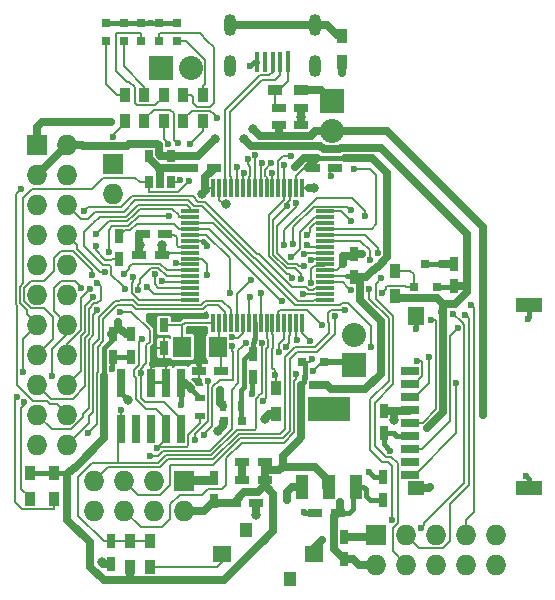
<source format=gbr>
G04 #@! TF.GenerationSoftware,KiCad,Pcbnew,no-vcs-found-7406~56~ubuntu16.10.1*
G04 #@! TF.CreationDate,2016-12-23T22:43:09+01:00*
G04 #@! TF.ProjectId,MysensorsGW,4D7973656E736F727347572E6B696361,rev?*
G04 #@! TF.FileFunction,Copper,L1,Top,Signal*
G04 #@! TF.FilePolarity,Positive*
%FSLAX46Y46*%
G04 Gerber Fmt 4.6, Leading zero omitted, Abs format (unit mm)*
G04 Created by KiCad (PCBNEW no-vcs-found-7406~56~ubuntu16.10.1) date Fri Dec 23 22:43:09 2016*
%MOMM*%
%LPD*%
G01*
G04 APERTURE LIST*
%ADD10C,0.100000*%
%ADD11R,0.800000X0.750000*%
%ADD12R,0.500000X0.900000*%
%ADD13R,0.750000X1.200000*%
%ADD14R,0.300000X1.500000*%
%ADD15R,1.500000X0.300000*%
%ADD16C,0.600000*%
%ADD17R,0.650000X1.060000*%
%ADD18R,1.200000X0.750000*%
%ADD19R,0.900000X1.200000*%
%ADD20R,1.500000X1.400000*%
%ADD21R,1.000000X1.150000*%
%ADD22R,2.032000X2.032000*%
%ADD23O,2.032000X2.032000*%
%ADD24R,0.797560X0.797560*%
%ADD25R,0.800100X0.800100*%
%ADD26R,3.657600X2.032000*%
%ADD27R,1.016000X2.032000*%
%ADD28R,1.200000X0.900000*%
%ADD29R,0.740000X2.400000*%
%ADD30R,1.500000X1.800000*%
%ADD31R,0.400000X1.700000*%
%ADD32C,0.400000*%
%ADD33O,1.050000X1.850000*%
%ADD34R,1.727200X1.727200*%
%ADD35O,1.727200X1.727200*%
%ADD36R,1.600000X0.700000*%
%ADD37R,2.200000X1.200000*%
%ADD38R,1.400000X1.200000*%
%ADD39R,1.400000X1.600000*%
%ADD40R,0.900000X0.500000*%
%ADD41C,0.800000*%
%ADD42C,0.700000*%
%ADD43C,0.635000*%
%ADD44C,0.381000*%
%ADD45C,0.385000*%
%ADD46C,0.203200*%
%ADD47C,0.508000*%
G04 APERTURE END LIST*
D10*
D11*
X137751080Y-98348800D03*
X139251080Y-98348800D03*
D12*
X137677280Y-97058480D03*
X139177280Y-97058480D03*
D13*
X128828800Y-82702400D03*
X128828800Y-84602400D03*
D14*
X136839000Y-90028000D03*
X137339000Y-90028000D03*
X137839000Y-90028000D03*
X138339000Y-90028000D03*
X138839000Y-90028000D03*
X139339000Y-90028000D03*
X139839000Y-90028000D03*
X140339000Y-90028000D03*
X140839000Y-90028000D03*
X141339000Y-90028000D03*
X141839000Y-90028000D03*
X142339000Y-90028000D03*
X142839000Y-90028000D03*
X143339000Y-90028000D03*
X143839000Y-90028000D03*
X144339000Y-90028000D03*
D15*
X146289000Y-88078000D03*
X146289000Y-87578000D03*
X146289000Y-87078000D03*
X146289000Y-86578000D03*
X146289000Y-86078000D03*
X146289000Y-85578000D03*
X146289000Y-85078000D03*
X146289000Y-84578000D03*
X146289000Y-84078000D03*
X146289000Y-83578000D03*
X146289000Y-83078000D03*
X146289000Y-82578000D03*
X146289000Y-82078000D03*
X146289000Y-81578000D03*
X146289000Y-81078000D03*
X146289000Y-80578000D03*
D14*
X144339000Y-78628000D03*
X143839000Y-78628000D03*
X143339000Y-78628000D03*
X142839000Y-78628000D03*
X142339000Y-78628000D03*
X141839000Y-78628000D03*
X141339000Y-78628000D03*
X140839000Y-78628000D03*
X140339000Y-78628000D03*
X139839000Y-78628000D03*
X139339000Y-78628000D03*
X138839000Y-78628000D03*
X138339000Y-78628000D03*
X137839000Y-78628000D03*
X137339000Y-78628000D03*
X136839000Y-78628000D03*
D15*
X134889000Y-80578000D03*
X134889000Y-81078000D03*
X134889000Y-81578000D03*
X134889000Y-82078000D03*
X134889000Y-82578000D03*
X134889000Y-83078000D03*
X134889000Y-83578000D03*
X134889000Y-84078000D03*
X134889000Y-84578000D03*
X134889000Y-85078000D03*
X134889000Y-85578000D03*
X134889000Y-86078000D03*
X134889000Y-86578000D03*
X134889000Y-87078000D03*
X134889000Y-87578000D03*
X134889000Y-88078000D03*
D16*
X136200000Y-89400000D03*
D17*
X131348400Y-78120600D03*
X132298400Y-78120600D03*
X133248400Y-78120600D03*
X133248400Y-75920600D03*
X131348400Y-75920600D03*
D18*
X142372000Y-73279000D03*
X144272000Y-73279000D03*
D19*
X121285000Y-102727400D03*
X121285000Y-104927400D03*
X123367800Y-102727400D03*
X123367800Y-104927400D03*
D20*
X145391800Y-109626400D03*
X137591800Y-109626400D03*
D21*
X143341800Y-111701400D03*
X139641800Y-107551400D03*
D22*
X148742400Y-93548200D03*
D23*
X148742400Y-91008200D03*
D24*
X129235200Y-66154300D03*
X129235200Y-64655700D03*
X133743700Y-66154300D03*
X133743700Y-64655700D03*
D19*
X130987800Y-70748800D03*
X130987800Y-72948800D03*
D18*
X147375960Y-106080560D03*
X145475960Y-106080560D03*
D25*
X153837600Y-87005160D03*
X155737600Y-87005160D03*
X154787600Y-85006180D03*
D26*
X146608800Y-97282000D03*
D27*
X146608800Y-103886000D03*
X148894800Y-103886000D03*
X144322800Y-103886000D03*
D13*
X128320800Y-92882800D03*
X128320800Y-90982800D03*
D24*
X127736600Y-66154300D03*
X127736600Y-64655700D03*
D13*
X157251400Y-86903600D03*
X157251400Y-85003600D03*
D18*
X132461000Y-84239100D03*
X130561000Y-84239100D03*
X136855200Y-76911200D03*
X134955200Y-76911200D03*
D13*
X148717000Y-86106000D03*
X148717000Y-84206000D03*
X140233400Y-92684600D03*
X140233400Y-94584600D03*
X147929600Y-110032800D03*
X147929600Y-108132800D03*
X136906000Y-105090000D03*
X136906000Y-103190000D03*
X151282400Y-99385200D03*
X151282400Y-97485200D03*
X151180800Y-104988400D03*
X151180800Y-103088400D03*
D18*
X144267000Y-71818500D03*
X142367000Y-71818500D03*
X141203720Y-101762560D03*
X139303720Y-101762560D03*
D28*
X144292500Y-70294500D03*
X142092500Y-70294500D03*
D19*
X152247600Y-87790200D03*
X152247600Y-85590200D03*
X129336800Y-70748800D03*
X129336800Y-72948800D03*
D18*
X130850600Y-82473800D03*
X132750600Y-82473800D03*
X141203720Y-103306880D03*
X139303720Y-103306880D03*
D13*
X132638800Y-92136000D03*
X132638800Y-90236000D03*
D18*
X135600400Y-94107000D03*
X137500400Y-94107000D03*
D24*
X130733800Y-66154300D03*
X130733800Y-64655700D03*
D19*
X132638800Y-70748800D03*
X132638800Y-72948800D03*
D18*
X145252400Y-76911200D03*
X147152400Y-76911200D03*
D13*
X128143000Y-108524000D03*
X128143000Y-110424000D03*
D19*
X129794000Y-110701000D03*
X129794000Y-108501000D03*
X131445000Y-108501000D03*
X131445000Y-110701000D03*
D24*
X132232400Y-66154300D03*
X132232400Y-64655700D03*
D19*
X134289800Y-70748800D03*
X134289800Y-72948800D03*
X147726400Y-67902000D03*
X147726400Y-65702000D03*
D29*
X134086600Y-95072200D03*
X134086600Y-98972200D03*
X132816600Y-95072200D03*
X132816600Y-98972200D03*
X131546600Y-95072200D03*
X131546600Y-98972200D03*
X130276600Y-98972200D03*
X129006600Y-95072200D03*
X129006600Y-98972200D03*
D30*
X137223500Y-92062300D03*
X134223500Y-92062300D03*
D31*
X141852600Y-67895400D03*
X141202600Y-67895400D03*
X142502600Y-67895400D03*
D32*
X143152600Y-67895400D03*
D10*
G36*
X143352600Y-67045400D02*
X143352600Y-68745400D01*
X142952600Y-68745400D01*
X142952600Y-67045400D01*
X143352600Y-67045400D01*
X143352600Y-67045400D01*
G37*
D31*
X140552600Y-67895400D03*
D33*
X145427600Y-64795400D03*
X138277600Y-64795400D03*
X145427600Y-68245400D03*
X138277600Y-68245400D03*
D25*
X146238000Y-93301820D03*
X144338000Y-93301820D03*
X145288000Y-95300800D03*
D19*
X135991600Y-70748800D03*
X135991600Y-72948800D03*
D34*
X128346200Y-76530200D03*
D35*
X128346200Y-79070200D03*
D22*
X146888200Y-71196200D03*
D23*
X146888200Y-73736200D03*
D36*
X153482400Y-94066000D03*
X153482400Y-95166000D03*
X153482400Y-96266000D03*
X153482400Y-97366000D03*
X153482400Y-98466000D03*
X153482400Y-99566000D03*
X153482400Y-100666000D03*
X153482400Y-101766000D03*
X153482400Y-102866000D03*
D37*
X163582400Y-88516000D03*
D38*
X153982400Y-104016000D03*
D39*
X153982400Y-89416000D03*
D37*
X163582400Y-104016000D03*
D22*
X132384800Y-68402200D03*
D23*
X134924800Y-68402200D03*
D34*
X150622000Y-107950000D03*
D35*
X150622000Y-110490000D03*
X153162000Y-107950000D03*
X153162000Y-110490000D03*
X155702000Y-107950000D03*
X155702000Y-110490000D03*
X158242000Y-107950000D03*
X158242000Y-110490000D03*
X160782000Y-107950000D03*
X160782000Y-110490000D03*
X126746000Y-103378000D03*
X126746000Y-105918000D03*
X129286000Y-103378000D03*
X129286000Y-105918000D03*
X131826000Y-103378000D03*
X131826000Y-105918000D03*
D34*
X134366000Y-103378000D03*
D35*
X134366000Y-105918000D03*
D18*
X138572200Y-105232200D03*
X140472200Y-105232200D03*
D13*
X129895600Y-92885300D03*
X129895600Y-90985300D03*
D16*
X133700000Y-89600000D03*
D19*
X142113000Y-95539200D03*
X142113000Y-97739200D03*
D35*
X124460000Y-97790000D03*
X121920000Y-97790000D03*
X124460000Y-95250000D03*
X121920000Y-95250000D03*
X124460000Y-92710000D03*
X121920000Y-92710000D03*
X124460000Y-90170000D03*
X121920000Y-90170000D03*
X124460000Y-87630000D03*
X121920000Y-87630000D03*
X124460000Y-85090000D03*
X121920000Y-85090000D03*
D34*
X121920000Y-74930000D03*
D35*
X124460000Y-74930000D03*
X121920000Y-77470000D03*
X124460000Y-77470000D03*
X121920000Y-80010000D03*
X124460000Y-80010000D03*
X121920000Y-82550000D03*
X124460000Y-82550000D03*
X121920000Y-100330000D03*
X124460000Y-100330000D03*
D40*
X135686800Y-96369440D03*
X135686800Y-97869440D03*
D41*
X137247127Y-99183498D03*
D16*
X140094910Y-96045728D03*
X131521200Y-64643000D03*
X131711894Y-93512341D03*
X128252519Y-93933570D03*
D41*
X129590800Y-96545400D03*
X141198600Y-98120200D03*
D16*
X151818475Y-100842790D03*
D41*
X130600000Y-83400000D03*
X132220501Y-76920501D03*
X137870163Y-79981202D03*
X127368300Y-110274100D03*
D16*
X136321969Y-83515031D03*
D41*
X145367276Y-78641476D03*
X140487400Y-106311700D03*
X144272000Y-72580500D03*
D16*
X147726400Y-68834000D03*
X149402800Y-84226400D03*
X139303760Y-102529640D03*
X149976840Y-102682040D03*
X145992773Y-108448532D03*
X144485360Y-106055160D03*
X154000200Y-90576400D03*
X139941300Y-68237100D03*
X139956520Y-87866893D03*
X155194000Y-103886000D03*
X163322000Y-102997000D03*
X163449000Y-89662000D03*
X156133800Y-85006180D03*
X143068000Y-104978200D03*
X146812000Y-77597000D03*
X132867400Y-93454510D03*
X135636000Y-93454510D03*
X136154160Y-90622120D03*
X135032954Y-90638828D03*
D41*
X140182600Y-73609200D03*
D42*
X128168400Y-72999600D03*
D16*
X147523200Y-105156000D03*
X159664400Y-97840800D03*
X130835400Y-91363800D03*
X136309100Y-85940900D03*
X132073318Y-100596590D03*
X130686088Y-94277790D03*
X128916256Y-89108342D03*
X133685608Y-84946282D03*
X144494291Y-85193466D03*
X157518100Y-90449400D03*
X143394022Y-75929727D03*
X147976774Y-88904780D03*
X143850749Y-79868512D03*
X145066106Y-84684732D03*
X158140400Y-89331800D03*
X143524985Y-86211279D03*
X142855824Y-76658342D03*
X147127260Y-89458800D03*
X155270200Y-89763600D03*
X143860809Y-94341604D03*
X144270439Y-86313349D03*
X155105100Y-92938600D03*
X143098810Y-80124003D03*
X158610150Y-88506150D03*
X150100601Y-84695319D03*
X144534556Y-84152211D03*
X157139971Y-89244034D03*
X154389263Y-107420764D03*
X150016265Y-87173111D03*
X144805892Y-83450427D03*
X151955500Y-106680000D03*
X150745874Y-84099437D03*
X151053800Y-86207600D03*
X148755100Y-76987400D03*
X135265450Y-99939186D03*
X144396727Y-87554663D03*
X136364413Y-94951000D03*
X148476454Y-87253646D03*
X151155400Y-87477600D03*
X139575547Y-91731513D03*
X143427614Y-84452543D03*
X131483100Y-101295200D03*
X144759368Y-82613787D03*
X136019171Y-99490788D03*
X138448220Y-91982483D03*
X138206170Y-87493502D03*
X142621445Y-88185334D03*
X129021840Y-97363280D03*
X140933539Y-91705905D03*
X128354241Y-74274259D03*
X141776487Y-77301740D03*
X140394499Y-75818802D03*
X133831149Y-74810910D03*
X139729132Y-76170099D03*
X133005703Y-74852102D03*
X141747813Y-76454000D03*
X137172700Y-72669400D03*
X126898404Y-82538562D03*
X120550215Y-78710534D03*
X127018576Y-88936135D03*
X130495050Y-87227688D03*
X126687661Y-87831949D03*
X129387039Y-87136104D03*
X129235200Y-85877400D03*
X126986270Y-86624112D03*
X125666763Y-87070498D03*
X133096000Y-80949800D03*
X123139200Y-94488000D03*
X120827800Y-96748600D03*
X139399536Y-77348844D03*
X127989483Y-84017015D03*
X133982677Y-77950277D03*
X138822853Y-76863072D03*
X120192800Y-96266000D03*
X120738899Y-94196282D03*
X134781817Y-78031057D03*
X143891000Y-91506040D03*
X142355757Y-92518262D03*
X145011820Y-91543914D03*
X142954069Y-92062032D03*
X125920130Y-80518000D03*
D41*
X135864600Y-79113900D03*
X132524500Y-83452002D03*
D16*
X134101840Y-96946720D03*
X148097011Y-95664320D03*
X137419080Y-95697040D03*
X134917233Y-95572633D03*
X143764000Y-76809600D03*
X150164800Y-92087700D03*
X154058031Y-93244631D03*
X141067374Y-96674716D03*
X157409042Y-95091428D03*
D41*
X136964722Y-74483818D03*
D16*
X146054010Y-90218085D03*
D41*
X142692398Y-102189002D03*
X152091898Y-98281640D03*
X139420600Y-74422000D03*
D16*
X128740742Y-89958453D03*
X154940000Y-98937790D03*
X145171430Y-93105818D03*
X128742961Y-89955811D03*
X142030145Y-94469674D03*
X145313400Y-94056200D03*
X134848600Y-74904600D03*
X140995400Y-76454000D03*
X131862959Y-85918270D03*
X145076885Y-86631407D03*
X138425902Y-91230402D03*
X143586696Y-83375219D03*
X148500000Y-80500000D03*
X140839000Y-87503000D03*
X148500000Y-81400000D03*
X142814561Y-83398810D03*
X140000000Y-86400000D03*
X149700000Y-81000000D03*
X127645789Y-85691786D03*
X132461000Y-86436200D03*
X126873000Y-83540600D03*
X126417739Y-87116957D03*
X130019044Y-86144243D03*
X126542861Y-86011056D03*
X131205640Y-86980330D03*
X126187590Y-99385900D03*
D43*
X137647126Y-98783499D02*
X137247127Y-99183498D01*
X137647126Y-98444846D02*
X137647126Y-98783499D01*
D44*
X140094910Y-94662090D02*
X140094910Y-95621464D01*
X140094910Y-95621464D02*
X140094910Y-96045728D01*
X140208000Y-94549000D02*
X140094910Y-94662090D01*
D45*
X132232400Y-64655700D02*
X133743700Y-64655700D01*
X130733800Y-64655700D02*
X131508500Y-64655700D01*
X131508500Y-64655700D02*
X131521200Y-64643000D01*
X132232400Y-64655700D02*
X131533900Y-64655700D01*
X131533900Y-64655700D02*
X131521200Y-64643000D01*
X129235200Y-64655700D02*
X130733800Y-64655700D01*
X127736600Y-64655700D02*
X129235200Y-64655700D01*
D44*
X128320800Y-92882800D02*
X129893100Y-92882800D01*
X129893100Y-92882800D02*
X129895600Y-92885300D01*
D43*
X131769725Y-93454510D02*
X131711894Y-93512341D01*
X132867400Y-93454510D02*
X131769725Y-93454510D01*
D44*
X128252519Y-93509306D02*
X128252519Y-93933570D01*
X128252519Y-92946519D02*
X128252519Y-93509306D01*
X128193800Y-92887800D02*
X128252519Y-92946519D01*
X129006600Y-95961200D02*
X129590800Y-96545400D01*
X129006600Y-95072200D02*
X129006600Y-95961200D01*
X151282400Y-99385200D02*
X151282400Y-100306715D01*
X151282400Y-100306715D02*
X151818475Y-100842790D01*
X152301400Y-99566000D02*
X152120600Y-99385200D01*
X152120600Y-99385200D02*
X151282400Y-99385200D01*
D43*
X142113000Y-97739200D02*
X141579600Y-97739200D01*
X141579600Y-97739200D02*
X141198600Y-98120200D01*
D44*
X153482400Y-99566000D02*
X152301400Y-99566000D01*
D43*
X130548300Y-82473800D02*
X130548300Y-83348300D01*
X130548300Y-83348300D02*
X130600000Y-83400000D01*
X130561000Y-84239100D02*
X130561000Y-83439000D01*
X130561000Y-83439000D02*
X130600000Y-83400000D01*
X132298400Y-78120600D02*
X132298400Y-76955600D01*
X132298400Y-76955600D02*
X132263301Y-76920501D01*
X132263301Y-76920501D02*
X132220501Y-76920501D01*
X131348400Y-76048400D02*
X132220501Y-76920501D01*
X133720200Y-76911200D02*
X134955200Y-76911200D01*
X132220501Y-76920501D02*
X133710899Y-76920501D01*
X133710899Y-76920501D02*
X133720200Y-76911200D01*
X131348400Y-75920600D02*
X131348400Y-76048400D01*
D46*
X137339000Y-78628000D02*
X137339000Y-79581200D01*
X137339000Y-79581200D02*
X137739002Y-79981202D01*
X137739002Y-79981202D02*
X137870163Y-79981202D01*
D44*
X135636000Y-93878774D02*
X135636000Y-93454510D01*
X135636000Y-94071400D02*
X135636000Y-93878774D01*
X135600400Y-94107000D02*
X135636000Y-94071400D01*
D43*
X128143000Y-110424000D02*
X127518200Y-110424000D01*
X127518200Y-110424000D02*
X127368300Y-110274100D01*
X131348400Y-75920600D02*
X131348400Y-76103400D01*
D44*
X136021970Y-83215032D02*
X136321969Y-83515031D01*
X136000538Y-83193600D02*
X136021970Y-83215032D01*
X136000538Y-83078000D02*
X136000538Y-83193600D01*
D43*
X145353800Y-78628000D02*
X145367276Y-78641476D01*
X144922000Y-78628000D02*
X145353800Y-78628000D01*
X140474700Y-105460800D02*
X140474700Y-106299000D01*
X140474700Y-106299000D02*
X140487400Y-106311700D01*
X134982997Y-76944403D02*
X134462911Y-76944403D01*
X135041600Y-76885800D02*
X134982997Y-76944403D01*
X144272000Y-73279000D02*
X144272000Y-72580500D01*
X144267000Y-71818500D02*
X144267000Y-72575500D01*
X144267000Y-72575500D02*
X144272000Y-72580500D01*
D46*
X144922000Y-78628000D02*
X144942428Y-78648428D01*
X144339000Y-78628000D02*
X144922000Y-78628000D01*
D43*
X147726400Y-67902000D02*
X147726400Y-68834000D01*
X147828000Y-85043000D02*
X147828000Y-84328000D01*
X147828000Y-84328000D02*
X148595000Y-84328000D01*
X148595000Y-84328000D02*
X148717000Y-84206000D01*
X148717000Y-84206000D02*
X149382400Y-84206000D01*
X149382400Y-84206000D02*
X149402800Y-84226400D01*
X157251400Y-85003600D02*
X156136380Y-85003600D01*
X156136380Y-85003600D02*
X156133800Y-85006180D01*
X145391800Y-109626400D02*
X145391800Y-109049505D01*
X145391800Y-109049505D02*
X145992773Y-108448532D01*
X139303720Y-101762560D02*
X139303720Y-102529600D01*
X139303720Y-102529600D02*
X139303760Y-102529640D01*
X139303720Y-103306880D02*
X139303720Y-102529680D01*
X139303720Y-102529680D02*
X139303760Y-102529640D01*
X143068000Y-104353400D02*
X143068000Y-104978200D01*
X144068800Y-103911400D02*
X143510000Y-103911400D01*
X143510000Y-103911400D02*
X143068000Y-104353400D01*
X153982400Y-104016000D02*
X155064000Y-104016000D01*
X155064000Y-104016000D02*
X155194000Y-103886000D01*
X147929600Y-108132800D02*
X150439200Y-108132800D01*
X150439200Y-108132800D02*
X150622000Y-107950000D01*
X134366000Y-103378000D02*
X136718000Y-103378000D01*
X136718000Y-103378000D02*
X136906000Y-103190000D01*
D44*
X150835360Y-103108720D02*
X150403520Y-103108720D01*
X150403520Y-103108720D02*
X149976840Y-102682040D01*
X145891080Y-108550225D02*
X145992773Y-108448532D01*
X145891080Y-109722920D02*
X145891080Y-108550225D01*
X145475960Y-106080560D02*
X144510760Y-106080560D01*
X144510760Y-106080560D02*
X144485360Y-106055160D01*
X153982400Y-89416000D02*
X153982400Y-90558600D01*
X153982400Y-90558600D02*
X154000200Y-90576400D01*
X153982400Y-89700914D02*
X154159407Y-89877921D01*
X153982400Y-89416000D02*
X153982400Y-89700914D01*
X140552600Y-67895400D02*
X140283000Y-67895400D01*
X140283000Y-67895400D02*
X139941300Y-68237100D01*
D46*
X139839000Y-87984413D02*
X139956520Y-87866893D01*
X139839000Y-90028000D02*
X139839000Y-87984413D01*
D44*
X163582400Y-104016000D02*
X163582400Y-103257400D01*
X163582400Y-103257400D02*
X163322000Y-102997000D01*
X163582400Y-88516000D02*
X163582400Y-89528600D01*
X163582400Y-89528600D02*
X163449000Y-89662000D01*
X154787600Y-85006180D02*
X156133800Y-85006180D01*
X143484600Y-103936800D02*
X144373600Y-103936800D01*
X143068000Y-104353400D02*
X143484600Y-103936800D01*
X128143000Y-110424000D02*
X128143000Y-110091475D01*
X136906000Y-103190000D02*
X134554000Y-103190000D01*
D46*
X134554000Y-103190000D02*
X134366000Y-103378000D01*
X134889000Y-83078000D02*
X136000538Y-83078000D01*
X136000538Y-83078000D02*
X136000619Y-83077919D01*
X146746000Y-76835000D02*
X146746000Y-77531000D01*
X146746000Y-77531000D02*
X146812000Y-77597000D01*
X147293000Y-85578000D02*
X147828000Y-85043000D01*
X146289000Y-85578000D02*
X147293000Y-85578000D01*
X132356193Y-77935000D02*
X132396374Y-77975181D01*
D43*
X132867400Y-93454510D02*
X132301715Y-93454510D01*
D46*
X135636000Y-93454510D02*
X132867400Y-93454510D01*
X135636000Y-93454510D02*
X135211736Y-93454510D01*
X135211736Y-93454510D02*
X135191126Y-93433900D01*
D44*
X135636000Y-90830400D02*
X135636000Y-93454510D01*
X135032954Y-90638828D02*
X136137452Y-90638828D01*
X136137452Y-90638828D02*
X136154160Y-90622120D01*
X135636000Y-90830400D02*
X135224526Y-90830400D01*
X135224526Y-90830400D02*
X135032954Y-90638828D01*
X135636000Y-90830400D02*
X135651240Y-90815160D01*
D43*
X143827500Y-74193400D02*
X142367000Y-74193400D01*
X145451360Y-73812400D02*
X145070360Y-74193400D01*
X145070360Y-74193400D02*
X143827500Y-74193400D01*
X145451360Y-73812400D02*
X146888200Y-73812400D01*
X142367000Y-74193400D02*
X140766800Y-74193400D01*
X142372000Y-73279000D02*
X142372000Y-74188400D01*
X142372000Y-74188400D02*
X142367000Y-74193400D01*
X144292500Y-70294500D02*
X145910300Y-70294500D01*
X145910300Y-70294500D02*
X146888200Y-71272400D01*
X140766800Y-74193400D02*
X140182600Y-73609200D01*
X159664400Y-97840800D02*
X159664400Y-81885400D01*
X159664400Y-81885400D02*
X151576200Y-73797200D01*
X151576200Y-73797200D02*
X148666200Y-73797200D01*
X146888200Y-73812400D02*
X148651000Y-73812400D01*
X148651000Y-73812400D02*
X148666200Y-73797200D01*
X121920000Y-74930000D02*
X121920000Y-73431400D01*
X121920000Y-73431400D02*
X122351800Y-72999600D01*
X122351800Y-72999600D02*
X128168400Y-72999600D01*
X147929600Y-110032800D02*
X148685600Y-110032800D01*
X150622000Y-110490000D02*
X149142800Y-110490000D01*
X149142800Y-110490000D02*
X148685600Y-110032800D01*
X147375960Y-106080560D02*
X147046599Y-106409921D01*
X147046599Y-106409921D02*
X147046599Y-109149799D01*
X147046599Y-109149799D02*
X147929600Y-110032800D01*
X147929600Y-110032800D02*
X147929600Y-110257800D01*
X147523200Y-105156000D02*
X147523200Y-105933320D01*
X147523200Y-105933320D02*
X147375960Y-106080560D01*
D44*
X150835360Y-105008720D02*
X150079360Y-105008720D01*
X150079360Y-105008720D02*
X149748240Y-104677600D01*
X149748240Y-104677600D02*
X149748240Y-104129840D01*
X149748240Y-104129840D02*
X149529800Y-103911400D01*
X149529800Y-103911400D02*
X148640800Y-103911400D01*
X147375960Y-106080560D02*
X148356960Y-106080560D01*
X148356960Y-106080560D02*
X148640800Y-105796720D01*
X148640800Y-105796720D02*
X148640800Y-103911400D01*
D46*
X150561000Y-110551000D02*
X150622000Y-110490000D01*
X142122800Y-73193000D02*
X142113000Y-73202800D01*
X142092500Y-70294500D02*
X142092500Y-71544000D01*
X142092500Y-71544000D02*
X142367000Y-71818500D01*
X142122800Y-70568400D02*
X143152600Y-69538600D01*
X143152600Y-69538600D02*
X143152600Y-67895400D01*
X142502600Y-67895400D02*
X142502600Y-68999400D01*
X138266920Y-77551920D02*
X138339000Y-77624000D01*
X138339000Y-77624000D02*
X138339000Y-78628000D01*
X138266920Y-72131080D02*
X138266920Y-77551920D01*
X140954108Y-69443892D02*
X138266920Y-72131080D01*
X142502600Y-68999400D02*
X142058108Y-69443892D01*
X142058108Y-69443892D02*
X140954108Y-69443892D01*
X141852600Y-67895400D02*
X141852600Y-68752602D01*
X140796289Y-69062881D02*
X137822410Y-72036760D01*
X137822410Y-72036760D02*
X137822410Y-76738945D01*
X141852600Y-68752602D02*
X141542321Y-69062881D01*
X141542321Y-69062881D02*
X140796289Y-69062881D01*
X137822410Y-76738945D02*
X137839000Y-76755535D01*
X137839000Y-76755535D02*
X137839000Y-77624000D01*
X137839000Y-77624000D02*
X137839000Y-78628000D01*
X141852600Y-68545400D02*
X141852600Y-67895400D01*
X132073318Y-100596590D02*
X132157028Y-100512880D01*
X132157028Y-100512880D02*
X134573122Y-100512880D01*
X134573122Y-100512880D02*
X134710601Y-100375401D01*
X134710601Y-100375401D02*
X134710601Y-99512959D01*
X134710601Y-99512959D02*
X135686800Y-98536760D01*
X135686800Y-98536760D02*
X135686800Y-97869440D01*
X130524601Y-91674599D02*
X130535401Y-91663799D01*
X130524601Y-93619355D02*
X130524601Y-91674599D01*
X130132087Y-94011869D02*
X130524601Y-93619355D01*
X130132087Y-94543711D02*
X130132087Y-94011869D01*
X130244802Y-94656426D02*
X130132087Y-94543711D01*
X130244802Y-96434678D02*
X130244802Y-94656426D01*
X131117524Y-97307400D02*
X130244802Y-96434678D01*
X131981800Y-97307400D02*
X131117524Y-97307400D01*
X132816600Y-98142200D02*
X131981800Y-97307400D01*
X130535401Y-91663799D02*
X130835400Y-91363800D01*
X132816600Y-98972200D02*
X132816600Y-98142200D01*
X136309100Y-85940900D02*
X136309100Y-85044900D01*
X136309100Y-85044900D02*
X135842200Y-84578000D01*
X135842200Y-84578000D02*
X134889000Y-84578000D01*
X132073318Y-100596590D02*
X132816600Y-99853308D01*
X132816600Y-99853308D02*
X132816600Y-98972200D01*
X132816600Y-98972200D02*
X132816600Y-99802200D01*
X132613400Y-98178600D02*
X132613400Y-99632600D01*
X134893000Y-84582000D02*
X134889000Y-84578000D01*
X130686088Y-94277790D02*
X130686088Y-93960776D01*
X130686088Y-93960776D02*
X130880211Y-93766653D01*
X130880211Y-93766653D02*
X130880211Y-93711387D01*
X131175404Y-93240595D02*
X131175404Y-91912796D01*
X130880211Y-93711387D02*
X131140385Y-93451213D01*
X131140385Y-93451213D02*
X131140385Y-93275614D01*
X131140385Y-93275614D02*
X131175404Y-93240595D01*
X131175404Y-91912796D02*
X131445000Y-91643200D01*
X131445000Y-91643200D02*
X131445000Y-90652600D01*
X131445000Y-90652600D02*
X129900742Y-89108342D01*
X129900742Y-89108342D02*
X128916256Y-89108342D01*
X130686088Y-94764312D02*
X130686088Y-94277790D01*
X134086600Y-98142200D02*
X134086600Y-98972200D01*
X132642200Y-96697800D02*
X134086600Y-98142200D01*
X131030698Y-96697800D02*
X132642200Y-96697800D01*
X130686088Y-96353190D02*
X131030698Y-96697800D01*
X130686088Y-94764312D02*
X130686088Y-96353190D01*
X128916256Y-89015744D02*
X128916256Y-89108342D01*
X128967010Y-88964990D02*
X128916256Y-89015744D01*
X134889000Y-85078000D02*
X133817326Y-85078000D01*
X133817326Y-85078000D02*
X133685608Y-84946282D01*
X133883400Y-98069400D02*
X133883400Y-99632600D01*
X134877000Y-85090000D02*
X134889000Y-85078000D01*
X146608011Y-90904696D02*
X146608011Y-89952164D01*
X132310790Y-102247700D02*
X132978777Y-101579713D01*
X146828310Y-88904780D02*
X147552510Y-88904780D01*
X143733141Y-92102884D02*
X145409823Y-92102884D01*
X142922825Y-92913200D02*
X143733141Y-92102884D01*
X146608011Y-89952164D02*
X146573240Y-89917393D01*
X127876300Y-102247700D02*
X132310790Y-102247700D01*
X132978777Y-101579713D02*
X136808172Y-101579713D01*
X138972307Y-99415578D02*
X142519422Y-99415578D01*
X126746000Y-103378000D02*
X127876300Y-102247700D01*
X136808172Y-101579713D02*
X138972307Y-99415578D01*
X142922825Y-99012175D02*
X142922825Y-92913200D01*
X146573240Y-89917393D02*
X146573240Y-89159850D01*
X145409823Y-92102884D02*
X146608011Y-90904696D01*
X146573240Y-89159850D02*
X146828310Y-88904780D01*
X147552510Y-88904780D02*
X147976774Y-88904780D01*
X142519422Y-99415578D02*
X142922825Y-99012175D01*
X143161692Y-85006545D02*
X142260551Y-84105404D01*
X142445769Y-81600000D02*
X143789400Y-80256369D01*
X144070027Y-85193466D02*
X143883106Y-85006545D01*
X142260551Y-81785218D02*
X142445769Y-81600000D01*
X144494291Y-85193466D02*
X144070027Y-85193466D01*
X143883106Y-85006545D02*
X143161692Y-85006545D01*
X142260551Y-84105404D02*
X142260551Y-81785218D01*
X143446500Y-80599269D02*
X143789400Y-80256369D01*
X143789400Y-80256369D02*
X143850749Y-80195020D01*
X143367756Y-80678013D02*
X143446500Y-80599269D01*
X142339000Y-77056774D02*
X142301814Y-77019588D01*
X142713232Y-75929727D02*
X142969758Y-75929727D01*
X142301814Y-77019588D02*
X142301814Y-76341145D01*
X142339000Y-78628000D02*
X142339000Y-77056774D01*
X142969758Y-75929727D02*
X143394022Y-75929727D01*
X142301814Y-76341145D02*
X142713232Y-75929727D01*
X143850749Y-80195020D02*
X143850749Y-79868512D01*
X154485600Y-100666000D02*
X153482400Y-100666000D01*
X156855032Y-98296568D02*
X154485600Y-100666000D01*
X157518100Y-90449400D02*
X156855032Y-91112468D01*
X156855032Y-91112468D02*
X156855032Y-98296568D01*
X156839581Y-105370049D02*
X156839581Y-107873800D01*
X158440399Y-103769231D02*
X156839581Y-105370049D01*
X158440399Y-89631799D02*
X158440399Y-103769231D01*
X158140400Y-89331800D02*
X158440399Y-89631799D01*
X158140400Y-89331800D02*
X158261754Y-89453154D01*
X145136154Y-84726846D02*
X145136154Y-84782269D01*
X146289000Y-84578000D02*
X145285000Y-84578000D01*
X145285000Y-84578000D02*
X145136154Y-84726846D01*
X156839581Y-107873800D02*
X156839581Y-107492811D01*
X156839581Y-108466469D02*
X156839581Y-107873800D01*
X156238449Y-109067601D02*
X156839581Y-108466469D01*
X154279601Y-109067601D02*
X156238449Y-109067601D01*
X153162000Y-107950000D02*
X154279601Y-109067601D01*
X143886539Y-92488316D02*
X145601474Y-92488316D01*
X147127260Y-90962530D02*
X147127260Y-89883064D01*
X133131560Y-102097840D02*
X136792954Y-102097840D01*
X143306799Y-99161601D02*
X143306799Y-93068056D01*
X145601474Y-92488316D02*
X147127260Y-90962530D01*
X130479801Y-104571801D02*
X132286249Y-104571801D01*
X147127260Y-89883064D02*
X147127260Y-89458800D01*
X132286249Y-104571801D02*
X133131560Y-103726490D01*
X133131560Y-103726490D02*
X133131560Y-102097840D01*
X136792954Y-102097840D02*
X139119606Y-99771188D01*
X139119606Y-99771188D02*
X142697212Y-99771188D01*
X142697212Y-99771188D02*
X143306799Y-99161601D01*
X129286000Y-103378000D02*
X130479801Y-104571801D01*
X143306799Y-93068056D02*
X143886539Y-92488316D01*
X143224986Y-85911280D02*
X143060609Y-85911280D01*
X141549329Y-84400000D02*
X141549329Y-80870871D01*
X143524985Y-86211279D02*
X143224986Y-85911280D01*
X141549329Y-80870871D02*
X142839000Y-79581200D01*
X143060609Y-85911280D02*
X141549329Y-84400000D01*
X142839000Y-79581200D02*
X142839000Y-78628000D01*
X142839000Y-76675166D02*
X142855824Y-76658342D01*
X142839000Y-78628000D02*
X142839000Y-76675166D01*
X155702000Y-97332800D02*
X154568800Y-98466000D01*
X154568800Y-98466000D02*
X153482400Y-98466000D01*
X155702000Y-89771136D02*
X155702000Y-97332800D01*
X155270200Y-89763600D02*
X155694464Y-89763600D01*
X155694464Y-89763600D02*
X155702000Y-89771136D01*
X142824200Y-100152200D02*
X143687820Y-99288580D01*
X143687820Y-99288580D02*
X143687820Y-94938857D01*
X137906760Y-101828600D02*
X137906760Y-101486943D01*
X137906760Y-101486943D02*
X139241503Y-100152200D01*
X139241503Y-100152200D02*
X142824200Y-100152200D01*
X143687820Y-94938857D02*
X143860809Y-94765868D01*
X143860809Y-94765868D02*
X143860809Y-94341604D01*
X142798811Y-80424002D02*
X143098810Y-80124003D01*
X143029551Y-85377313D02*
X141904940Y-84252702D01*
X143736570Y-85377313D02*
X143029551Y-85377313D01*
X144270439Y-86313349D02*
X144270439Y-85911182D01*
X144270439Y-85911182D02*
X143736570Y-85377313D01*
X141904940Y-81317873D02*
X142798811Y-80424002D01*
X141904940Y-84252702D02*
X141904940Y-81317873D01*
X137906760Y-103735742D02*
X137906760Y-101828600D01*
X137906760Y-101828600D02*
X137906760Y-101612700D01*
X153932400Y-96266000D02*
X155105100Y-95093300D01*
X155105100Y-95093300D02*
X155105100Y-92938600D01*
X143098810Y-80124003D02*
X143098810Y-79872190D01*
X143098810Y-79872190D02*
X143154571Y-79816429D01*
X136341997Y-104107501D02*
X137535001Y-104107501D01*
X137535001Y-104107501D02*
X137906760Y-103735742D01*
X135890397Y-104559101D02*
X136341997Y-104107501D01*
X133976869Y-104559101D02*
X135890397Y-104559101D01*
X133184899Y-106654601D02*
X133184899Y-105351071D01*
X133184899Y-105351071D02*
X133976869Y-104559101D01*
X130695700Y-107327700D02*
X132511800Y-107327700D01*
X132511800Y-107327700D02*
X133184899Y-106654601D01*
X129286000Y-105918000D02*
X130695700Y-107327700D01*
X153482400Y-96266000D02*
X153932400Y-96266000D01*
X143154571Y-79816429D02*
X143154571Y-79855258D01*
X143339000Y-79632000D02*
X143154571Y-79816429D01*
X143339000Y-78628000D02*
X143339000Y-79632000D01*
X158910149Y-88806149D02*
X158610150Y-88506150D01*
X158910149Y-106060537D02*
X158910149Y-88806149D01*
X158242000Y-107950000D02*
X158242000Y-106728686D01*
X158242000Y-106728686D02*
X158910149Y-106060537D01*
X150100601Y-84271055D02*
X150100601Y-84695319D01*
X149288698Y-83078000D02*
X150100601Y-83889903D01*
X150100601Y-83889903D02*
X150100601Y-84271055D01*
X146289000Y-83078000D02*
X149288698Y-83078000D01*
X144608767Y-84078000D02*
X144534556Y-84152211D01*
X146289000Y-84078000D02*
X144608767Y-84078000D01*
X157139971Y-89244034D02*
X157880743Y-89984806D01*
X157880743Y-89984806D02*
X157880743Y-89986543D01*
X157880743Y-89986543D02*
X158076900Y-90182700D01*
X158076900Y-90182700D02*
X158076900Y-103593900D01*
X158076900Y-103593900D02*
X154689262Y-106981538D01*
X154689262Y-106981538D02*
X154689262Y-107120765D01*
X154689262Y-107120765D02*
X154389263Y-107420764D01*
X155702000Y-110490000D02*
X156475174Y-110490000D01*
X155713592Y-110490000D02*
X155702000Y-110490000D01*
X150016265Y-87173111D02*
X150016265Y-87995251D01*
X150016265Y-87995251D02*
X151666377Y-89645363D01*
X151666377Y-89645363D02*
X151666377Y-94934839D01*
X151666377Y-94934839D02*
X150093680Y-96507536D01*
X150093680Y-96507536D02*
X150093680Y-100820538D01*
X150093680Y-100820538D02*
X151079200Y-101806058D01*
X151955500Y-102946200D02*
X151955500Y-106680000D01*
X151079200Y-101806058D02*
X151615458Y-101806058D01*
X151615458Y-101806058D02*
X151955500Y-102146100D01*
X151955500Y-102146100D02*
X151955500Y-102946200D01*
X144933465Y-83578000D02*
X144805892Y-83450427D01*
X146289000Y-83578000D02*
X144933465Y-83578000D01*
X151053800Y-86207600D02*
X150570266Y-86691134D01*
X150570266Y-86691134D02*
X150570266Y-87974502D01*
X150570266Y-87974502D02*
X152072787Y-89477023D01*
X150488605Y-100425205D02*
X151460200Y-101396800D01*
X151460200Y-101396800D02*
X151917400Y-101396800D01*
X152072787Y-89477023D02*
X152072787Y-95220298D01*
X152428399Y-105100298D02*
X152509501Y-105181400D01*
X152509501Y-106948449D02*
X152044399Y-107413551D01*
X152044399Y-109372399D02*
X153162000Y-110490000D01*
X152072787Y-95220298D02*
X150488605Y-96804480D01*
X150488605Y-96804480D02*
X150488605Y-100425205D01*
X152428399Y-101907799D02*
X152428399Y-105100298D01*
X151917400Y-101396800D02*
X152428399Y-101907799D01*
X152044399Y-107413551D02*
X152044399Y-109372399D01*
X152509501Y-105181400D02*
X152509501Y-106948449D01*
X146289000Y-82578000D02*
X149648701Y-82578000D01*
X149648701Y-82578000D02*
X150745874Y-83675173D01*
X150745874Y-83675173D02*
X150745874Y-84099437D01*
X133527800Y-82550000D02*
X133757000Y-82779200D01*
X133757000Y-82779200D02*
X133757000Y-83450000D01*
X132468700Y-82550000D02*
X133527800Y-82550000D01*
X132903000Y-82550000D02*
X133128000Y-82550000D01*
X133757000Y-83179000D02*
X133757000Y-83450000D01*
X133757000Y-83450000D02*
X133885000Y-83578000D01*
X133885000Y-83578000D02*
X134889000Y-83578000D01*
X148755100Y-76987400D02*
X150075900Y-76987400D01*
X150075900Y-76987400D02*
X150622000Y-77533500D01*
X150622000Y-77533500D02*
X150622000Y-81686400D01*
X150622000Y-81686400D02*
X150230400Y-82078000D01*
X150230400Y-82078000D02*
X146289000Y-82078000D01*
X147293000Y-82078000D02*
X146289000Y-82078000D01*
X136364413Y-94951000D02*
X136364413Y-95375264D01*
X136364413Y-95375264D02*
X136392921Y-95403772D01*
X136392921Y-95403772D02*
X136392921Y-98333547D01*
X136392921Y-98333547D02*
X135265450Y-99461018D01*
X135265450Y-99461018D02*
X135265450Y-99939186D01*
X146257387Y-87609613D02*
X144451677Y-87609613D01*
X146289000Y-87578000D02*
X146257387Y-87609613D01*
X144451677Y-87609613D02*
X144396727Y-87554663D01*
X136435000Y-90028000D02*
X136839000Y-90028000D01*
X134444982Y-90004618D02*
X136411618Y-90004618D01*
X134213600Y-90236000D02*
X134444982Y-90004618D01*
X136411618Y-90004618D02*
X136435000Y-90028000D01*
X132638800Y-90236000D02*
X134213600Y-90236000D01*
X134212200Y-92024200D02*
X134212200Y-90870200D01*
X134213600Y-90868800D02*
X134213600Y-90236000D01*
X134212200Y-90870200D02*
X134213600Y-90868800D01*
X136747800Y-90119200D02*
X136839000Y-90028000D01*
X137500400Y-94107000D02*
X137500400Y-92312400D01*
X137500400Y-92312400D02*
X137212200Y-92024200D01*
X137212200Y-92024200D02*
X137339000Y-91897400D01*
X137339000Y-91897400D02*
X137339000Y-90028000D01*
X137602000Y-92456000D02*
X137795000Y-92649000D01*
X147800808Y-86578000D02*
X148176455Y-86953647D01*
X146289000Y-86578000D02*
X147800808Y-86578000D01*
X148176455Y-86953647D02*
X148476454Y-87253646D01*
X151155400Y-87477600D02*
X151455399Y-87177601D01*
X151566459Y-86872699D02*
X153051089Y-86872699D01*
X151455399Y-87177601D02*
X151455399Y-86983759D01*
X151455399Y-86983759D02*
X151566459Y-86872699D01*
X153051089Y-86872699D02*
X153183550Y-87005160D01*
X153183550Y-87005160D02*
X153837600Y-87005160D01*
X153509800Y-85590200D02*
X153837600Y-85918000D01*
X153837600Y-85918000D02*
X153837600Y-87005160D01*
X152247600Y-85590200D02*
X153509800Y-85590200D01*
X138405081Y-95677977D02*
X138405081Y-98976986D01*
X131907364Y-101295200D02*
X131483100Y-101295200D01*
X138957411Y-95125647D02*
X138405081Y-95677977D01*
X136513576Y-100868491D02*
X132612339Y-100868491D01*
X132612339Y-100868491D02*
X132185630Y-101295200D01*
X138405081Y-98976986D02*
X136513576Y-100868491D01*
X138957411Y-92811867D02*
X138957411Y-95125647D01*
X132185630Y-101295200D02*
X131907364Y-101295200D01*
X138957411Y-92349649D02*
X139275548Y-92031512D01*
X139275548Y-92031512D02*
X139575547Y-91731513D01*
X138957411Y-92811867D02*
X138957411Y-92349649D01*
X144145011Y-83735146D02*
X143727613Y-84152544D01*
X145424661Y-81078000D02*
X144145011Y-82357650D01*
X146289000Y-81078000D02*
X145424661Y-81078000D01*
X144145011Y-82357650D02*
X144145011Y-83735146D01*
X143727613Y-84152544D02*
X143427614Y-84452543D01*
X138957411Y-92456589D02*
X138957411Y-92811867D01*
X145059367Y-82313788D02*
X144759368Y-82613787D01*
X145453423Y-81578000D02*
X145059367Y-81972056D01*
X145059367Y-81972056D02*
X145059367Y-82313788D01*
X146289000Y-81578000D02*
X145453423Y-81578000D01*
X138541726Y-94763975D02*
X138487501Y-94818200D01*
X136748531Y-98760258D02*
X136319170Y-99189619D01*
X138448220Y-92406747D02*
X138541726Y-92500253D01*
X138448220Y-91982483D02*
X138448220Y-92406747D01*
X138487501Y-94818200D02*
X137424385Y-94818200D01*
X136748531Y-95494054D02*
X136748531Y-98760258D01*
X136319170Y-99189619D02*
X136319170Y-99190789D01*
X137424385Y-94818200D02*
X136748531Y-95494054D01*
X138541726Y-92500253D02*
X138541726Y-94763975D01*
X136319170Y-99190789D02*
X136019171Y-99490788D01*
X136232260Y-82569990D02*
X138206170Y-84543900D01*
X138206170Y-84543900D02*
X138206170Y-87493502D01*
X134889000Y-82578000D02*
X135893000Y-82578000D01*
X135893000Y-82578000D02*
X135901010Y-82569990D01*
X135901010Y-82569990D02*
X136232260Y-82569990D01*
X140933539Y-95964838D02*
X140648912Y-96249465D01*
X140648912Y-96311650D02*
X140481419Y-96479143D01*
X138825009Y-99059967D02*
X136660874Y-101224102D01*
X140481419Y-98908501D02*
X140329953Y-99059967D01*
X140329953Y-99059967D02*
X138825009Y-99059967D01*
X132795558Y-101224102D02*
X132397500Y-101622160D01*
X140481419Y-96479143D02*
X140481419Y-98908501D01*
X136660874Y-101224102D02*
X132795558Y-101224102D01*
X140933539Y-91705905D02*
X140933539Y-95964838D01*
X140648912Y-96249465D02*
X140648912Y-96311650D01*
X133468000Y-81610200D02*
X130368016Y-81610200D01*
X130368016Y-81610200D02*
X129778967Y-82199249D01*
X129778967Y-82199249D02*
X129331952Y-82199249D01*
X129331952Y-82199249D02*
X128828800Y-82702400D01*
X134889000Y-82078000D02*
X133935800Y-82078000D01*
X133935800Y-82078000D02*
X133468000Y-81610200D01*
X128143000Y-108524000D02*
X127564800Y-108524000D01*
X127564800Y-108524000D02*
X125412500Y-106371700D01*
X125412500Y-106371700D02*
X125412500Y-103060500D01*
X125412500Y-103060500D02*
X126593600Y-101879400D01*
X126593600Y-101879400D02*
X128765300Y-101879400D01*
X139868341Y-85445591D02*
X139436550Y-85013800D01*
X139436550Y-85013800D02*
X136740900Y-82318150D01*
X142321446Y-87885335D02*
X142621445Y-88185334D01*
X139868341Y-85445591D02*
X139881702Y-85445591D01*
X139881702Y-85445591D02*
X142321446Y-87885335D01*
X128765300Y-101879400D02*
X132140260Y-101879400D01*
X128803400Y-101841300D02*
X128765300Y-101879400D01*
X128803400Y-99632600D02*
X128803400Y-101841300D01*
X132140260Y-101879400D02*
X132397500Y-101622160D01*
X132397500Y-101622160D02*
X132292671Y-101726989D01*
X129794000Y-108501000D02*
X131445000Y-108501000D01*
X128143000Y-108524000D02*
X129771000Y-108524000D01*
X129771000Y-108524000D02*
X129794000Y-108501000D01*
X136334500Y-82078000D02*
X136446700Y-82078000D01*
X136169400Y-82078000D02*
X136334500Y-82078000D01*
X136740900Y-82318150D02*
X136586331Y-82163581D01*
X136334500Y-82078000D02*
X136500750Y-82078000D01*
X136500750Y-82078000D02*
X136740900Y-82318150D01*
X134889000Y-82078000D02*
X136169400Y-82078000D01*
X129021840Y-97363280D02*
X129021840Y-98956960D01*
X129021840Y-98956960D02*
X129006600Y-98972200D01*
X141078256Y-91850622D02*
X140933539Y-91705905D01*
X131422000Y-108524000D02*
X131445000Y-108501000D01*
X129336800Y-73098800D02*
X128354241Y-74081359D01*
X129336800Y-72948800D02*
X129336800Y-73098800D01*
X128354241Y-74081359D02*
X128354241Y-74274259D01*
X141839000Y-77363000D02*
X141839000Y-78628000D01*
X141859000Y-77343000D02*
X141839000Y-77363000D01*
X140339000Y-75874301D02*
X140394499Y-75818802D01*
X140339000Y-78628000D02*
X140339000Y-75874301D01*
X133477000Y-74456761D02*
X133531150Y-74510911D01*
X133477000Y-72237600D02*
X133477000Y-74456761D01*
X133531150Y-74510911D02*
X133831149Y-74810910D01*
X131828188Y-71958412D02*
X133197812Y-71958412D01*
X133197812Y-71958412D02*
X133477000Y-72237600D01*
X130987800Y-72798800D02*
X131828188Y-71958412D01*
X130987800Y-72948800D02*
X130987800Y-72798800D01*
X139729132Y-76594363D02*
X139729132Y-76170099D01*
X139959741Y-76824972D02*
X139729132Y-76594363D01*
X139839000Y-77693724D02*
X139959741Y-77572983D01*
X139959741Y-77572983D02*
X139959741Y-76824972D01*
X139839000Y-78628000D02*
X139839000Y-77693724D01*
X132705704Y-74552103D02*
X133005703Y-74852102D01*
X132638800Y-74485199D02*
X132705704Y-74552103D01*
X132638800Y-72948800D02*
X132638800Y-74485199D01*
X137113000Y-110701000D02*
X138091080Y-109722920D01*
X131445000Y-110701000D02*
X137113000Y-110701000D01*
X127736600Y-67183000D02*
X127736600Y-69801800D01*
X127736600Y-66713100D02*
X127736600Y-67183000D01*
X127736600Y-67183000D02*
X127736600Y-66154300D01*
X127736600Y-69801800D02*
X128683600Y-70748800D01*
X128683600Y-70748800D02*
X129336800Y-70748800D01*
X129235200Y-66713100D02*
X129235200Y-66827400D01*
X129235200Y-66154300D02*
X129235200Y-66827400D01*
X129235200Y-66827400D02*
X129235200Y-68295498D01*
X129235200Y-68295498D02*
X130987800Y-70048098D01*
X130987800Y-70048098D02*
X130987800Y-70748800D01*
X132638800Y-70748800D02*
X132638800Y-70898800D01*
X128554481Y-65580257D02*
X128633219Y-65501519D01*
X130682999Y-65501519D02*
X130733800Y-65552320D01*
X132638800Y-70898800D02*
X131934799Y-71602801D01*
X130175000Y-70079798D02*
X129716602Y-69621400D01*
X131934799Y-71602801D02*
X130403801Y-71602801D01*
X130403801Y-71602801D02*
X130175000Y-71374000D01*
X130175000Y-71374000D02*
X130175000Y-70079798D01*
X129716602Y-69621400D02*
X129489200Y-69621400D01*
X129489200Y-69621400D02*
X128554481Y-68686681D01*
X128554481Y-68686681D02*
X128554481Y-65580257D01*
X128633219Y-65501519D02*
X130682999Y-65501519D01*
X130733800Y-65552320D02*
X130733800Y-66154300D01*
X130733800Y-66111120D02*
X130682999Y-66060319D01*
X136855200Y-66675000D02*
X136321800Y-66141600D01*
X136321800Y-66141600D02*
X136240519Y-66060319D01*
X132232400Y-66154300D02*
X132232400Y-65552320D01*
X132232400Y-65552320D02*
X132283201Y-65501519D01*
X132283201Y-65501519D02*
X135681719Y-65501519D01*
X135681719Y-65501519D02*
X136321800Y-66141600D01*
X132283201Y-66060319D02*
X132232400Y-66111120D01*
X136855200Y-71392402D02*
X136855200Y-66675000D01*
X135465198Y-71729600D02*
X136518002Y-71729600D01*
X136518002Y-71729600D02*
X136855200Y-71392402D01*
X135128000Y-71392402D02*
X135465198Y-71729600D01*
X135128000Y-70933800D02*
X135128000Y-71392402D01*
X134289800Y-70748800D02*
X134943000Y-70748800D01*
X134943000Y-70748800D02*
X135128000Y-70933800D01*
X134289800Y-70598800D02*
X134289800Y-70748800D01*
X136872701Y-72369401D02*
X137172700Y-72669400D01*
X136588511Y-72085211D02*
X136872701Y-72369401D01*
X134289800Y-72798800D02*
X135003389Y-72085211D01*
X134289800Y-72948800D02*
X134289800Y-72798800D01*
X135003389Y-72085211D02*
X136588511Y-72085211D01*
X141220011Y-77049313D02*
X141747813Y-76521511D01*
X141747813Y-76521511D02*
X141747813Y-76454000D01*
X141220011Y-77555811D02*
X141220011Y-77049313D01*
X141339000Y-77674800D02*
X141220011Y-77555811D01*
X141339000Y-78628000D02*
X141339000Y-77674800D01*
D43*
X145427600Y-64795400D02*
X146454040Y-64795400D01*
X146454040Y-64795400D02*
X147335240Y-65676600D01*
X138277600Y-64795400D02*
X139056600Y-64795400D01*
X139056600Y-64795400D02*
X145427600Y-64795400D01*
D46*
X127999737Y-81437229D02*
X129523878Y-81437229D01*
X133935800Y-81078000D02*
X134889000Y-81078000D01*
X130087508Y-80873600D02*
X130098800Y-80873600D01*
X126898404Y-82538562D02*
X127999737Y-81437229D01*
X129523878Y-81437229D02*
X130087508Y-80873600D01*
X133375411Y-80365611D02*
X133935800Y-80926000D01*
X130098800Y-80873600D02*
X130606789Y-80365611D01*
X130606789Y-80365611D02*
X133375411Y-80365611D01*
X133935800Y-80926000D02*
X133935800Y-81078000D01*
X120250216Y-79010533D02*
X120550215Y-78710534D01*
X120091177Y-79169572D02*
X120250216Y-79010533D01*
X120091177Y-88461045D02*
X120091177Y-79169572D01*
X120250216Y-93865043D02*
X120250216Y-88620084D01*
X120184898Y-93930361D02*
X120250216Y-93865043D01*
X120184898Y-95281724D02*
X120184898Y-93930361D01*
X121524773Y-96621599D02*
X120184898Y-95281724D01*
X120250216Y-88620084D02*
X120091177Y-88461045D01*
X122716848Y-96621599D02*
X121524773Y-96621599D01*
X123021650Y-96926401D02*
X122716848Y-96621599D01*
X123596401Y-96926401D02*
X123021650Y-96926401D01*
X124460000Y-97790000D02*
X123596401Y-96926401D01*
X125831591Y-98023701D02*
X125831591Y-97706685D01*
X125831591Y-97706685D02*
X126314189Y-97224087D01*
X126314189Y-97224087D02*
X126314189Y-91445103D01*
X126314189Y-91445103D02*
X126669790Y-91089502D01*
X126669790Y-91089502D02*
X126669790Y-90347800D01*
X124817642Y-99037650D02*
X125831591Y-98023701D01*
X121920000Y-97790000D02*
X123167650Y-99037650D01*
X123167650Y-99037650D02*
X124817642Y-99037650D01*
X126669790Y-90347800D02*
X126669791Y-89284920D01*
X126669791Y-90677991D02*
X126669790Y-90347800D01*
X126718577Y-89236134D02*
X127018576Y-88936135D01*
X126669791Y-89284920D02*
X126718577Y-89236134D01*
X130495050Y-86803424D02*
X130495050Y-87227688D01*
X130651638Y-86646836D02*
X130495050Y-86803424D01*
X130651638Y-86309667D02*
X130651638Y-86646836D01*
X132897324Y-86078000D02*
X132183592Y-85364268D01*
X134889000Y-86078000D02*
X132897324Y-86078000D01*
X131597037Y-85364268D02*
X130651638Y-86309667D01*
X132183592Y-85364268D02*
X131597037Y-85364268D01*
X134889000Y-80578000D02*
X134889000Y-80329800D01*
X134889000Y-80329800D02*
X134569201Y-80010001D01*
X127453436Y-85086236D02*
X128041400Y-85086236D01*
X128041400Y-85086236D02*
X128199799Y-85244635D01*
X134569201Y-80010001D02*
X130448199Y-80010001D01*
X125882400Y-83515200D02*
X127453436Y-85086236D01*
X130448199Y-80010001D02*
X129427382Y-81030818D01*
X129427382Y-81030818D02*
X127198381Y-81030819D01*
X127198381Y-81030819D02*
X126644388Y-81584812D01*
X126644388Y-81584812D02*
X126607968Y-81584812D01*
X126607968Y-81584812D02*
X125882400Y-82310380D01*
X125882400Y-82310380D02*
X125882400Y-83515200D01*
X128199799Y-85244635D02*
X128199799Y-85948864D01*
X128199799Y-85948864D02*
X129087040Y-86836105D01*
X129087040Y-86836105D02*
X129387039Y-87136104D01*
X126387662Y-88131948D02*
X126687661Y-87831949D01*
X125958569Y-88561041D02*
X126387662Y-88131948D01*
X125958569Y-90794905D02*
X125958569Y-88561041D01*
X125602967Y-94107033D02*
X125602967Y-91150507D01*
X124460000Y-95250000D02*
X125602967Y-94107033D01*
X125602967Y-91150507D02*
X125958569Y-90794905D01*
X129657736Y-85480264D02*
X129260600Y-85877400D01*
X129260600Y-85877400D02*
X129235200Y-85877400D01*
X129657736Y-85264524D02*
X129657736Y-85480264D01*
X127286269Y-86924111D02*
X126986270Y-86624112D01*
X127010523Y-88382134D02*
X127286269Y-88106388D01*
X123101101Y-96431101D02*
X124918398Y-96431101D01*
X124918398Y-96431101D02*
X125958578Y-95390921D01*
X125958578Y-95390921D02*
X125958578Y-91297805D01*
X126314179Y-90942204D02*
X126314180Y-88820609D01*
X126752655Y-88382134D02*
X127010523Y-88382134D01*
X127286269Y-88106388D02*
X127286269Y-86924111D01*
X126314180Y-88820609D02*
X126752655Y-88382134D01*
X125958578Y-91297805D02*
X126314179Y-90942204D01*
X121920000Y-95250000D02*
X123101101Y-96431101D01*
X132336493Y-85008657D02*
X129913603Y-85008657D01*
X134889000Y-85578000D02*
X132905836Y-85578000D01*
X129913603Y-85008657D02*
X129657736Y-85264524D01*
X132905836Y-85578000D02*
X132336493Y-85008657D01*
X127989483Y-83592751D02*
X127989483Y-84017015D01*
X127989483Y-82137595D02*
X127989483Y-83592751D01*
X128283439Y-81843639D02*
X127989483Y-82137595D01*
X129631669Y-81843639D02*
X128283439Y-81843639D01*
X133096000Y-80949800D02*
X130525508Y-80949800D01*
X130525508Y-80949800D02*
X129631669Y-81843639D01*
X123342399Y-89052399D02*
X123342399Y-87093551D01*
X124460000Y-90170000D02*
X123342399Y-89052399D01*
X123342399Y-87093551D02*
X123923551Y-86512399D01*
X123923551Y-86512399D02*
X125108664Y-86512399D01*
X125108664Y-86512399D02*
X125366764Y-86770499D01*
X125366764Y-86770499D02*
X125666763Y-87070498D01*
X123190000Y-92202000D02*
X123190000Y-93599000D01*
X123190000Y-93599000D02*
X123190000Y-94361000D01*
X123139200Y-94488000D02*
X123139200Y-94063736D01*
X123139200Y-94063736D02*
X123190000Y-94012936D01*
X123190000Y-94012936D02*
X123190000Y-93599000D01*
X120580999Y-97224001D02*
X120827800Y-96977200D01*
X120827800Y-96977200D02*
X120827800Y-96748600D01*
X121285000Y-104927400D02*
X121285000Y-104777400D01*
X121285000Y-104777400D02*
X120580999Y-104073399D01*
X120580999Y-104073399D02*
X120580999Y-97224001D01*
X139339000Y-77409380D02*
X139399536Y-77348844D01*
X139339000Y-78628000D02*
X139339000Y-77409380D01*
X133248400Y-78120600D02*
X133812354Y-78120600D01*
X133812354Y-78120600D02*
X133982677Y-77950277D01*
X124460000Y-90170000D02*
X124460000Y-90932000D01*
X124460000Y-90932000D02*
X123190000Y-92202000D01*
X138839000Y-77624000D02*
X138822853Y-77607853D01*
X138822853Y-77287336D02*
X138822853Y-76863072D01*
X138849381Y-76836544D02*
X138822853Y-76863072D01*
X138822853Y-77607853D02*
X138822853Y-77287336D01*
X121920000Y-90170000D02*
X121056401Y-89306401D01*
X121056401Y-88923360D02*
X120446788Y-88313747D01*
X120446788Y-88313747D02*
X120446788Y-86946253D01*
X120446788Y-86946253D02*
X120726199Y-86666843D01*
X130200400Y-77724000D02*
X130597000Y-78120600D01*
X121056401Y-89306401D02*
X121056401Y-88923360D01*
X120726199Y-86666843D02*
X120726199Y-79425801D01*
X126568200Y-78663801D02*
X127508001Y-77724000D01*
X127508001Y-77724000D02*
X130200400Y-77724000D01*
X120726199Y-79425801D02*
X121488199Y-78663801D01*
X121488199Y-78663801D02*
X126568200Y-78663801D01*
X130597000Y-78120600D02*
X131348400Y-78120600D01*
X134781817Y-78031057D02*
X133882374Y-78930500D01*
X133882374Y-78930500D02*
X131425100Y-78930500D01*
X131425100Y-78930500D02*
X131348400Y-78853800D01*
X131348400Y-78853800D02*
X131348400Y-78120600D01*
X120065800Y-105215402D02*
X120065800Y-96393000D01*
X120065800Y-96393000D02*
X120192800Y-96266000D01*
X123367800Y-104927400D02*
X123367800Y-105730600D01*
X123367800Y-105730600D02*
X123316999Y-105781401D01*
X123316999Y-105781401D02*
X120631799Y-105781401D01*
X120631799Y-105781401D02*
X120065800Y-105215402D01*
X138839000Y-77624000D02*
X138815798Y-77600798D01*
X138839000Y-78628000D02*
X138839000Y-77624000D01*
X120738899Y-91351101D02*
X120738899Y-94196282D01*
X121920000Y-90170000D02*
X120738899Y-91351101D01*
X143839000Y-90028000D02*
X143839000Y-91454040D01*
X143839000Y-91454040D02*
X143891000Y-91506040D01*
X142355757Y-91840420D02*
X142355757Y-92093998D01*
X142355757Y-92093998D02*
X142355757Y-92518262D01*
X142839000Y-91357177D02*
X142355757Y-91840420D01*
X142839000Y-90028000D02*
X142839000Y-91357177D01*
X145011820Y-91543914D02*
X144339000Y-90871094D01*
X144339000Y-90871094D02*
X144339000Y-90704360D01*
X144339000Y-90028000D02*
X144339000Y-90704360D01*
X143254068Y-91762033D02*
X142954069Y-92062032D01*
X143339000Y-91032000D02*
X143254068Y-91116932D01*
X143254068Y-91116932D02*
X143254068Y-91762033D01*
X143339000Y-91040472D02*
X143339000Y-91032000D01*
X143339000Y-91032000D02*
X143339000Y-90028000D01*
X143338877Y-90028123D02*
X143339000Y-90028000D01*
X146289000Y-87078000D02*
X145441924Y-87078000D01*
X145265922Y-87254002D02*
X144915990Y-87254002D01*
X144662649Y-87000661D02*
X143530878Y-87000661D01*
X140713222Y-84183005D02*
X140503339Y-84183005D01*
X145441924Y-87078000D02*
X145265922Y-87254002D01*
X143530878Y-87000661D02*
X140713222Y-84183005D01*
X144915990Y-87254002D02*
X144662649Y-87000661D01*
X140503339Y-84183005D02*
X136088236Y-79767902D01*
X129971811Y-79298789D02*
X129052599Y-80218001D01*
X136088236Y-79767902D02*
X135550678Y-79767902D01*
X135550678Y-79767902D02*
X135081565Y-79298789D01*
X135081565Y-79298789D02*
X129971811Y-79298789D01*
X129052599Y-80218001D02*
X126220129Y-80218001D01*
X126220129Y-80218001D02*
X125920130Y-80518000D01*
X146289000Y-87078000D02*
X146269201Y-87097799D01*
X146289000Y-88078000D02*
X145335800Y-88078000D01*
X145335800Y-88078000D02*
X145257039Y-88156761D01*
X145257039Y-88156761D02*
X144006269Y-88156761D01*
X144006269Y-88156761D02*
X140388124Y-84538616D01*
X140388124Y-84538616D02*
X140284200Y-84538616D01*
X140284200Y-84538616D02*
X135869097Y-80123513D01*
X125323599Y-80873599D02*
X124460000Y-80010000D01*
X135869097Y-80123513D02*
X135185622Y-80123513D01*
X125653801Y-81203801D02*
X125323599Y-80873599D01*
X135185622Y-80123513D02*
X134716499Y-79654390D01*
X134716499Y-79654390D02*
X130229060Y-79654390D01*
X130229060Y-79654390D02*
X129259040Y-80624410D01*
X129259040Y-80624410D02*
X126779289Y-80624411D01*
X126779289Y-80624411D02*
X126199899Y-81203801D01*
X126199899Y-81203801D02*
X125653801Y-81203801D01*
D43*
X137419080Y-95697040D02*
X137419080Y-96800280D01*
X137419080Y-96800280D02*
X137677280Y-97058480D01*
X134917233Y-95572633D02*
X134917233Y-95599873D01*
D44*
X134917233Y-95599873D02*
X135686800Y-96369440D01*
D43*
X150998201Y-94314999D02*
X150998201Y-89855775D01*
X148097011Y-95664320D02*
X149648880Y-95664320D01*
X149246355Y-88103929D02*
X149246355Y-86635355D01*
X150998201Y-89855775D02*
X149246355Y-88103929D01*
X149246355Y-86635355D02*
X148717000Y-86106000D01*
X149648880Y-95664320D02*
X150998201Y-94314999D01*
X136132201Y-78587600D02*
X136132201Y-78846299D01*
X136132201Y-78846299D02*
X135864600Y-79113900D01*
X132524500Y-83452002D02*
X132524500Y-84175600D01*
X132524500Y-84175600D02*
X132461000Y-84239100D01*
X145288000Y-95300800D02*
X146456400Y-95300800D01*
X148097011Y-95664320D02*
X146819920Y-95664320D01*
X146819920Y-95664320D02*
X146456400Y-95300800D01*
X136214599Y-78669998D02*
X136214599Y-78763901D01*
X136132201Y-78587600D02*
X136214599Y-78669998D01*
X147955000Y-76034912D02*
X150271196Y-76034912D01*
X150746245Y-85272599D02*
X150665959Y-85272599D01*
X151553884Y-77317600D02*
X151553884Y-84464960D01*
X151553884Y-84464960D02*
X150746245Y-85272599D01*
X150271196Y-76034912D02*
X151553884Y-77317600D01*
X150665959Y-85272599D02*
X150421556Y-85517002D01*
X150421556Y-85517002D02*
X150315998Y-85517002D01*
X150315998Y-85517002D02*
X149727000Y-86106000D01*
X149727000Y-86106000D02*
X148717000Y-86106000D01*
X136132201Y-78202337D02*
X136132201Y-78587600D01*
D46*
X136839000Y-78628000D02*
X136435000Y-78628000D01*
X136435000Y-78628000D02*
X136394600Y-78587600D01*
X136394600Y-78587600D02*
X136132201Y-78587600D01*
D43*
X136132201Y-77695199D02*
X136132201Y-78202337D01*
X136132201Y-77767799D02*
X136132201Y-77695199D01*
X136132201Y-77695199D02*
X136941600Y-76885800D01*
X143764000Y-76809600D02*
X144538688Y-76034912D01*
X144538688Y-76034912D02*
X145602730Y-76034912D01*
X144835800Y-76936600D02*
X144835800Y-76801842D01*
X144835800Y-76801842D02*
X145602730Y-76034912D01*
D44*
X145602730Y-76034912D02*
X147955000Y-76034912D01*
D43*
X134416800Y-95072200D02*
X134917233Y-95572633D01*
X134086600Y-95072200D02*
X134416800Y-95072200D01*
D44*
X144828042Y-76809600D02*
X145602730Y-76034912D01*
X134101840Y-96946720D02*
X134101840Y-95087440D01*
X134101840Y-95087440D02*
X134086600Y-95072200D01*
X136132201Y-77767799D02*
X136132201Y-78202337D01*
X148181000Y-86078000D02*
X148689000Y-86078000D01*
X148689000Y-86078000D02*
X148717000Y-86106000D01*
D46*
X134885000Y-84074000D02*
X134889000Y-84078000D01*
X146289000Y-86078000D02*
X148181000Y-86078000D01*
X143839000Y-78628000D02*
X143839000Y-77617000D01*
D44*
X144846000Y-76835000D02*
X145071000Y-76835000D01*
X132903000Y-84074000D02*
X132842000Y-84074000D01*
D46*
X132903000Y-84074000D02*
X134885000Y-84074000D01*
X143839000Y-77617000D02*
X144621000Y-76835000D01*
X144621000Y-76835000D02*
X144846000Y-76835000D01*
X136839000Y-76836000D02*
X137033000Y-76642000D01*
D44*
X144846000Y-76835000D02*
X145023322Y-76835000D01*
D46*
X148242695Y-88350779D02*
X148513800Y-88621884D01*
X147710853Y-88350779D02*
X148242695Y-88350779D01*
X136797600Y-81578000D02*
X143731972Y-88512372D01*
X134889000Y-81578000D02*
X136797600Y-81578000D01*
X147549260Y-88512372D02*
X147710853Y-88350779D01*
X143731972Y-88512372D02*
X147549260Y-88512372D01*
X150190200Y-90298284D02*
X150190200Y-92062300D01*
X150190200Y-92062300D02*
X150164800Y-92087700D01*
X154058031Y-93244631D02*
X154482295Y-93244631D01*
X154482295Y-93244631D02*
X154536401Y-93298737D01*
X154536401Y-93298737D02*
X154536401Y-94561999D01*
X154536401Y-94561999D02*
X153932400Y-95166000D01*
X153932400Y-95166000D02*
X153482400Y-95166000D01*
X150190200Y-90298284D02*
X149809200Y-89917284D01*
X149809200Y-89917284D02*
X148513800Y-88621884D01*
X153482400Y-95166000D02*
X153032400Y-95166000D01*
X148513800Y-88621884D02*
X148787254Y-88895338D01*
X141067374Y-96600426D02*
X141067374Y-96674716D01*
X141320799Y-96347001D02*
X141067374Y-96600426D01*
X141320799Y-96347001D02*
X141320799Y-92199264D01*
X141320799Y-92199264D02*
X141383699Y-92136364D01*
X141320799Y-96347001D02*
X141320799Y-96196874D01*
X141491477Y-91446354D02*
X141491477Y-92028586D01*
X141339000Y-90028000D02*
X141339000Y-91293876D01*
X141491477Y-92028586D02*
X141383699Y-92136364D01*
X141339000Y-91293876D02*
X141491477Y-91446354D01*
X153932400Y-102866000D02*
X157409042Y-99389358D01*
X157409042Y-99389358D02*
X157409042Y-95515692D01*
X153482400Y-102866000D02*
X153932400Y-102866000D01*
X157409042Y-95515692D02*
X157409042Y-95091428D01*
D43*
X136564723Y-74883817D02*
X136964722Y-74483818D01*
X135527940Y-75920600D02*
X136564723Y-74883817D01*
X133248400Y-75920600D02*
X135527940Y-75920600D01*
X132194101Y-74974039D02*
X132194101Y-75763693D01*
X132086562Y-74866500D02*
X132194101Y-74974039D01*
X125795475Y-75044161D02*
X129502039Y-75044161D01*
X125681314Y-74930000D02*
X125795475Y-75044161D01*
X124460000Y-74930000D02*
X125681314Y-74930000D01*
X132194101Y-75763693D02*
X132351008Y-75920600D01*
X132351008Y-75920600D02*
X133248400Y-75920600D01*
X129502039Y-75044161D02*
X129679700Y-74866500D01*
X129679700Y-74866500D02*
X132086562Y-74866500D01*
D44*
X123367800Y-102727400D02*
X124358880Y-102727400D01*
X124358880Y-102727400D02*
X124468040Y-102836560D01*
X121285000Y-102727400D02*
X123367800Y-102727400D01*
D43*
X125082289Y-102273111D02*
X127609609Y-99745791D01*
X127609609Y-99745791D02*
X127609609Y-97693480D01*
D44*
X125031489Y-102273111D02*
X125082289Y-102273111D01*
X128320800Y-91403141D02*
X128320800Y-90982800D01*
X127584201Y-92139740D02*
X128320800Y-91403141D01*
X127609609Y-94556201D02*
X127584200Y-94530792D01*
X127584200Y-94530792D02*
X127584201Y-92139740D01*
D43*
X125031489Y-102273111D02*
X124468040Y-102836560D01*
X124468040Y-102836560D02*
X124468040Y-106692700D01*
X126390400Y-108615060D02*
X124468040Y-106692700D01*
X127609609Y-97693480D02*
X127609609Y-94556201D01*
X126390400Y-110658840D02*
X126390400Y-108615060D01*
X127540561Y-111809001D02*
X126390400Y-110658840D01*
X129844800Y-111809001D02*
X127540561Y-111809001D01*
X140896002Y-108686600D02*
X138279802Y-111302800D01*
X129844800Y-111809001D02*
X129857500Y-111821701D01*
X129857500Y-111821701D02*
X137760901Y-111821701D01*
X137760901Y-111821701D02*
X138279802Y-111302800D01*
X141203720Y-108378882D02*
X140896002Y-108686600D01*
X141897100Y-107685502D02*
X140896002Y-108686600D01*
X129794000Y-111758201D02*
X129844800Y-111809001D01*
X141897100Y-104470200D02*
X141897100Y-107685502D01*
X141203720Y-103776820D02*
X141897100Y-104470200D01*
X140644041Y-104336499D02*
X141203720Y-103776820D01*
D46*
X123383040Y-103068120D02*
X123266200Y-102951280D01*
D44*
X144576318Y-94526580D02*
X144545049Y-94557849D01*
X144545049Y-94557849D02*
X144545049Y-94988713D01*
X144545049Y-94988713D02*
X144284710Y-95249052D01*
D43*
X144284710Y-99707690D02*
X144056099Y-99936301D01*
X144284710Y-95249052D02*
X144284710Y-99707690D01*
D46*
X144799425Y-88963500D02*
X145754011Y-89918086D01*
X145754011Y-89918086D02*
X146054010Y-90218085D01*
X142339000Y-90028000D02*
X142339000Y-89074800D01*
X142450300Y-88963500D02*
X144799425Y-88963500D01*
X142339000Y-89074800D02*
X142450300Y-88963500D01*
D43*
X144056099Y-99936301D02*
X142692398Y-101300002D01*
X142692398Y-101300002D02*
X142692398Y-102189002D01*
X154940000Y-98937790D02*
X156283521Y-97594269D01*
X156283521Y-97594269D02*
X156283521Y-93472000D01*
X156283521Y-93472000D02*
X156283521Y-94115463D01*
X156283521Y-89001600D02*
X156283521Y-93472000D01*
X138572200Y-105232200D02*
X139467901Y-104336499D01*
X139467901Y-104336499D02*
X140644041Y-104336499D01*
D44*
X128193800Y-90982800D02*
X128193800Y-91207800D01*
D43*
X139420600Y-74422000D02*
X140017511Y-75018911D01*
X147480803Y-75323702D02*
X147607803Y-75196702D01*
X140017511Y-75018911D02*
X145896593Y-75018911D01*
X145896593Y-75018911D02*
X146201384Y-75323702D01*
X146201384Y-75323702D02*
X147480803Y-75323702D01*
X147607803Y-75196702D02*
X150990302Y-75196702D01*
X150990302Y-75196702D02*
X158302000Y-82508400D01*
X158302000Y-82508400D02*
X158302000Y-86156800D01*
X138572200Y-105232200D02*
X137048200Y-105232200D01*
X137048200Y-105232200D02*
X136906000Y-105090000D01*
X141203720Y-103306880D02*
X141203720Y-103776820D01*
X129415500Y-90985300D02*
X128863839Y-90433639D01*
X128863839Y-90433639D02*
X128742961Y-90433639D01*
X129755900Y-90985300D02*
X129415500Y-90985300D01*
X152130800Y-97485200D02*
X153363200Y-97485200D01*
X153363200Y-97485200D02*
X153482400Y-97366000D01*
X152091898Y-97524102D02*
X152091898Y-98281640D01*
X151282400Y-97485200D02*
X152130800Y-97485200D01*
X152146000Y-98227538D02*
X152091898Y-98281640D01*
X156205209Y-89079912D02*
X156283521Y-89001600D01*
X156283521Y-88436024D02*
X156283521Y-89001600D01*
X152247600Y-87790200D02*
X152370611Y-87913211D01*
X152370611Y-87913211D02*
X155760708Y-87913211D01*
X155760708Y-87913211D02*
X156283521Y-88436024D01*
X158302000Y-86156800D02*
X158302000Y-86863000D01*
X157283576Y-88436024D02*
X158302000Y-87417600D01*
X158302000Y-87417600D02*
X158302000Y-86156800D01*
X156283521Y-88436024D02*
X157283576Y-88436024D01*
X158261400Y-86903600D02*
X157251400Y-86903600D01*
X158302000Y-86863000D02*
X158261400Y-86903600D01*
X121920000Y-77470000D02*
X124460000Y-74930000D01*
X129794000Y-110701000D02*
X129794000Y-111758201D01*
X128742961Y-90433639D02*
X128193800Y-90982800D01*
X128742961Y-89955811D02*
X128742961Y-90433639D01*
X129794000Y-110701000D02*
X129794000Y-110851000D01*
X142692398Y-102189002D02*
X144170400Y-102189002D01*
X144170400Y-102189002D02*
X145419802Y-102189002D01*
X134366000Y-105918000D02*
X136078000Y-105918000D01*
X136078000Y-105918000D02*
X136906000Y-105090000D01*
X141203720Y-102489000D02*
X141203720Y-101762560D01*
X141203720Y-103306880D02*
X141203720Y-102489000D01*
X141203720Y-102489000D02*
X142372080Y-102489000D01*
X142372080Y-102489000D02*
X142382240Y-102499160D01*
X142382240Y-102499160D02*
X142692398Y-102189002D01*
X145419802Y-102189002D02*
X145719801Y-102489001D01*
X146354800Y-103911400D02*
X146354800Y-103124000D01*
X146354800Y-103124000D02*
X145719801Y-102489001D01*
D44*
X142382240Y-102499160D02*
X141229120Y-102499160D01*
X141203720Y-101762560D02*
X141203720Y-102473760D01*
X141203720Y-102473760D02*
X141203720Y-103306880D01*
X141229120Y-102499160D02*
X141203720Y-102473760D01*
X157251400Y-86944200D02*
X158007401Y-86944200D01*
D46*
X144338000Y-93301820D02*
X144992050Y-93301820D01*
X145171430Y-93122440D02*
X145171430Y-93105818D01*
X144992050Y-93301820D02*
X145171430Y-93122440D01*
D44*
X144576318Y-94526580D02*
X144576318Y-94678022D01*
X144338000Y-93301820D02*
X144576318Y-93540138D01*
X144576318Y-93540138D02*
X144576318Y-94526580D01*
X152247600Y-87790200D02*
X155506600Y-87790200D01*
X157251400Y-86903600D02*
X158007401Y-86903601D01*
X158007401Y-86903601D02*
X158007401Y-86944200D01*
X155737600Y-87005160D02*
X157149840Y-87005160D01*
X157149840Y-87005160D02*
X157251400Y-86903600D01*
X145719801Y-102489001D02*
X146659600Y-103428800D01*
X146659600Y-103428800D02*
X146659600Y-103936800D01*
X153348000Y-97500400D02*
X153482400Y-97366000D01*
D46*
X129855000Y-110236000D02*
X129630000Y-110236000D01*
X142113000Y-95539200D02*
X142113000Y-94552529D01*
X142113000Y-94552529D02*
X142030145Y-94469674D01*
X142030145Y-94045410D02*
X142030145Y-94469674D01*
X141801756Y-93817021D02*
X142030145Y-94045410D01*
X141801756Y-92252341D02*
X141801756Y-93817021D01*
X141872488Y-91014688D02*
X141872488Y-92181609D01*
X141839000Y-90981200D02*
X141872488Y-91014688D01*
X141872488Y-92181609D02*
X141801756Y-92252341D01*
X141839000Y-90028000D02*
X141839000Y-90981200D01*
X146238000Y-93301820D02*
X147040600Y-93301820D01*
D47*
X146238000Y-93301820D02*
X148496020Y-93301820D01*
D46*
X148496020Y-93301820D02*
X148742400Y-93548200D01*
X148234400Y-94056200D02*
X148742400Y-93548200D01*
X146238000Y-93301820D02*
X146067780Y-93301820D01*
X146067780Y-93301820D02*
X145313400Y-94056200D01*
X135991600Y-73685400D02*
X135991600Y-72948800D01*
X134848600Y-74904600D02*
X135991600Y-73761600D01*
X135991600Y-73761600D02*
X135991600Y-73685400D01*
X140839000Y-76610400D02*
X140995400Y-76454000D01*
X140839000Y-77624000D02*
X140839000Y-76610400D01*
X140839000Y-77624000D02*
X140833829Y-77618829D01*
X140839000Y-78628000D02*
X140839000Y-77624000D01*
X131862959Y-86759683D02*
X131862959Y-86342534D01*
X134889000Y-87078000D02*
X132181276Y-87078000D01*
X132181276Y-87078000D02*
X131862959Y-86759683D01*
X131862959Y-86342534D02*
X131862959Y-85918270D01*
X135991600Y-70748800D02*
X135991600Y-69945600D01*
X135991600Y-69945600D02*
X136169401Y-69767799D01*
X136169401Y-69767799D02*
X136169401Y-67767199D01*
X136169401Y-67767199D02*
X134556502Y-66154300D01*
X134556502Y-66154300D02*
X133743700Y-66154300D01*
X145326001Y-85173999D02*
X145076885Y-85423115D01*
X145076885Y-85423115D02*
X145076885Y-86207143D01*
X146289000Y-85078000D02*
X146193001Y-85173999D01*
X145076885Y-86207143D02*
X145076885Y-86631407D01*
X146193001Y-85173999D02*
X145326001Y-85173999D01*
X138495500Y-91300000D02*
X138425902Y-91230402D01*
X138924202Y-91300000D02*
X138495500Y-91300000D01*
X138924202Y-91300000D02*
X138900000Y-91300000D01*
X139339000Y-90885202D02*
X138924202Y-91300000D01*
X139339000Y-90028000D02*
X139339000Y-90885202D01*
X145340888Y-80173999D02*
X143586696Y-81928191D01*
X148173999Y-80173999D02*
X145340888Y-80173999D01*
X143586696Y-81928191D02*
X143586696Y-82950955D01*
X148500000Y-80500000D02*
X148173999Y-80173999D01*
X143586696Y-82950955D02*
X143586696Y-83375219D01*
X140839000Y-87503000D02*
X140839000Y-90028000D01*
X147678000Y-80578000D02*
X148500000Y-81400000D01*
X147293000Y-80578000D02*
X147678000Y-80578000D01*
X146289000Y-80578000D02*
X147293000Y-80578000D01*
X149700000Y-81000000D02*
X149700000Y-80575736D01*
X145600000Y-79411979D02*
X142814561Y-82197418D01*
X149700000Y-80575736D02*
X148536243Y-79411979D01*
X148536243Y-79411979D02*
X145600000Y-79411979D01*
X142814561Y-82197418D02*
X142814561Y-82974546D01*
X142814561Y-82974546D02*
X142814561Y-83398810D01*
X138839000Y-87900000D02*
X138839000Y-90028000D01*
X140000000Y-86400000D02*
X138839000Y-87561000D01*
X138839000Y-87561000D02*
X138839000Y-87900000D01*
X125323599Y-83793860D02*
X127221525Y-85691786D01*
X124460000Y-82550000D02*
X125323599Y-83413599D01*
X125323599Y-83413599D02*
X125323599Y-83793860D01*
X127221525Y-85691786D02*
X127645789Y-85691786D01*
X134889000Y-86578000D02*
X132602800Y-86578000D01*
X132602800Y-86578000D02*
X132461000Y-86436200D01*
D44*
X139177280Y-97058480D02*
X139177280Y-98275000D01*
X139177280Y-98275000D02*
X139251080Y-98348800D01*
X140208000Y-92649000D02*
X139862600Y-92649000D01*
X139862600Y-92649000D02*
X139452000Y-93059600D01*
X139452000Y-93059600D02*
X139452000Y-95421560D01*
X139452000Y-95421560D02*
X139177280Y-95696280D01*
X139177280Y-95696280D02*
X139177280Y-97058480D01*
X140233400Y-92684600D02*
X140233400Y-91703600D01*
X140233400Y-91703600D02*
X140290638Y-91646362D01*
X140290638Y-91646362D02*
X140290638Y-91397312D01*
X140290638Y-91397312D02*
X140339000Y-91348950D01*
X140339000Y-91348950D02*
X140339000Y-90028000D01*
D46*
X140208000Y-92649000D02*
X140339000Y-92518000D01*
X127685800Y-84658200D02*
X126873000Y-83845400D01*
X126873000Y-83845400D02*
X126873000Y-83540600D01*
X128194800Y-84658200D02*
X127685800Y-84658200D01*
X128828800Y-84602400D02*
X128250600Y-84602400D01*
X128250600Y-84602400D02*
X128194800Y-84658200D01*
X126117740Y-87416956D02*
X126417739Y-87116957D01*
X125602958Y-87931738D02*
X126117740Y-87416956D01*
X125602958Y-90647607D02*
X125602958Y-87931738D01*
X124460000Y-91790565D02*
X125602958Y-90647607D01*
X124460000Y-92710000D02*
X124460000Y-91790565D01*
X129941049Y-86646502D02*
X130019044Y-86568507D01*
X134889000Y-88078000D02*
X130525440Y-88078000D01*
X130525440Y-88078000D02*
X129941049Y-87493609D01*
X130019044Y-86568507D02*
X130019044Y-86144243D01*
X129941049Y-87493609D02*
X129941049Y-86646502D01*
X121383551Y-88747601D02*
X120802399Y-88166449D01*
X126542861Y-85586792D02*
X126542861Y-86011056D01*
X121920000Y-92710000D02*
X123266199Y-91363801D01*
X122456449Y-88747601D02*
X121383551Y-88747601D01*
X123266199Y-91363801D02*
X123266199Y-89557351D01*
X121383551Y-86512399D02*
X122456449Y-86512399D01*
X123342399Y-85626449D02*
X123342399Y-84553551D01*
X122456449Y-86512399D02*
X123342399Y-85626449D01*
X120802399Y-87093551D02*
X121383551Y-86512399D01*
X123266199Y-89557351D02*
X122456449Y-88747601D01*
X120802399Y-88166449D02*
X120802399Y-87093551D01*
X124928468Y-83972399D02*
X126542861Y-85586792D01*
X123923551Y-83972399D02*
X124928468Y-83972399D01*
X123342399Y-84553551D02*
X123923551Y-83972399D01*
X131505639Y-87280329D02*
X131205640Y-86980330D01*
X131803310Y-87578000D02*
X131505639Y-87280329D01*
X134889000Y-87578000D02*
X131803310Y-87578000D01*
X126487589Y-99085901D02*
X126187590Y-99385900D01*
X136299999Y-88500002D02*
X135953800Y-88846201D01*
X127025410Y-94228899D02*
X127025410Y-98548080D01*
X127050811Y-94203498D02*
X127025410Y-94228899D01*
X127533411Y-91561898D02*
X127050811Y-92044498D01*
X128696699Y-88544409D02*
X127533411Y-89707697D01*
X135953800Y-88846201D02*
X130287823Y-88846201D01*
X129986031Y-88544409D02*
X128696699Y-88544409D01*
X137839000Y-90028000D02*
X137839000Y-89074800D01*
X137839000Y-89074800D02*
X137264202Y-88500002D01*
X127025410Y-98548080D02*
X126487589Y-99085901D01*
X127050811Y-92044498D02*
X127050811Y-94203498D01*
X130287823Y-88846201D02*
X129986031Y-88544409D01*
X127533411Y-89707697D02*
X127533411Y-91561898D01*
X137264202Y-88500002D02*
X136299999Y-88500002D01*
X126314200Y-98475800D02*
X124460000Y-100330000D01*
X126669799Y-91922602D02*
X126669799Y-97536000D01*
X126314200Y-98475800D02*
X126314200Y-97891599D01*
X126314200Y-97891599D02*
X126669799Y-97536000D01*
X137596345Y-88144391D02*
X136152701Y-88144391D01*
X136152701Y-88144391D02*
X135806502Y-88490590D01*
X135806502Y-88490590D02*
X130435121Y-88490590D01*
X138339000Y-90028000D02*
X138339000Y-88887046D01*
X138339000Y-88887046D02*
X137596345Y-88144391D01*
X130435121Y-88490590D02*
X130046128Y-88101597D01*
X130046128Y-88101597D02*
X128916003Y-88101597D01*
X128916003Y-88101597D02*
X128828801Y-88188799D01*
X128828801Y-88188799D02*
X128549400Y-88188800D01*
X128549400Y-88188800D02*
X127177800Y-89560400D01*
X127177800Y-89560400D02*
X127177800Y-91414601D01*
X127177800Y-91414601D02*
X126669799Y-91922602D01*
G36*
X136298400Y-89598218D02*
X134444982Y-89598218D01*
X134289460Y-89629152D01*
X134157614Y-89717249D01*
X134045263Y-89829600D01*
X133324571Y-89829600D01*
X133324571Y-89636000D01*
X133300915Y-89517073D01*
X133233548Y-89416252D01*
X133132727Y-89348885D01*
X133013800Y-89325229D01*
X132263800Y-89325229D01*
X132144873Y-89348885D01*
X132044052Y-89416252D01*
X131976685Y-89517073D01*
X131953029Y-89636000D01*
X131953029Y-90836000D01*
X131976685Y-90954927D01*
X132044052Y-91055748D01*
X132144873Y-91123115D01*
X132263800Y-91146771D01*
X133013800Y-91146771D01*
X133132727Y-91123115D01*
X133176317Y-91093989D01*
X133162729Y-91162300D01*
X133162729Y-91267775D01*
X133074429Y-91231200D01*
X132727700Y-91231200D01*
X132651500Y-91307400D01*
X132651500Y-92123300D01*
X132671500Y-92123300D01*
X132671500Y-92148700D01*
X132651500Y-92148700D01*
X132651500Y-92964600D01*
X132727700Y-93040800D01*
X133074429Y-93040800D01*
X133170434Y-93001034D01*
X133186385Y-93081227D01*
X133253752Y-93182048D01*
X133354573Y-93249415D01*
X133473500Y-93273071D01*
X134973500Y-93273071D01*
X135092427Y-93249415D01*
X135193248Y-93182048D01*
X135260615Y-93081227D01*
X135284271Y-92962300D01*
X135284271Y-91162300D01*
X135260615Y-91043373D01*
X135193248Y-90942552D01*
X135092427Y-90875185D01*
X134973500Y-90851529D01*
X134620000Y-90851529D01*
X134620000Y-90411018D01*
X136298400Y-90411018D01*
X136298400Y-90912719D01*
X136253752Y-90942552D01*
X136186385Y-91043373D01*
X136162729Y-91162300D01*
X136162729Y-92962300D01*
X136186385Y-93081227D01*
X136253752Y-93182048D01*
X136298400Y-93211881D01*
X136298400Y-93442680D01*
X136261028Y-93427200D01*
X135689300Y-93427200D01*
X135613100Y-93503400D01*
X135613100Y-94094300D01*
X135633100Y-94094300D01*
X135633100Y-94119700D01*
X135613100Y-94119700D01*
X135613100Y-94710600D01*
X135689300Y-94786800D01*
X135777727Y-94786800D01*
X135759718Y-94830170D01*
X135759508Y-95070774D01*
X135851389Y-95293144D01*
X135856636Y-95298400D01*
X135468049Y-95298400D01*
X135464537Y-95293144D01*
X135442547Y-95260232D01*
X135430257Y-95230489D01*
X135407321Y-95207513D01*
X135357266Y-95132600D01*
X135357263Y-95132598D01*
X135011466Y-94786800D01*
X135511500Y-94786800D01*
X135587700Y-94710600D01*
X135587700Y-94119700D01*
X135567700Y-94119700D01*
X135567700Y-94094300D01*
X135587700Y-94094300D01*
X135587700Y-93503400D01*
X135511500Y-93427200D01*
X134939772Y-93427200D01*
X134827745Y-93473603D01*
X134742003Y-93559344D01*
X134695600Y-93671371D01*
X134695600Y-93681264D01*
X134676348Y-93652452D01*
X134575527Y-93585085D01*
X134456600Y-93561429D01*
X133716600Y-93561429D01*
X133597673Y-93585085D01*
X133496852Y-93652452D01*
X133452799Y-93718381D01*
X133444997Y-93699544D01*
X133359255Y-93613803D01*
X133247228Y-93567400D01*
X132905500Y-93567400D01*
X132829300Y-93643600D01*
X132829300Y-95059500D01*
X132849300Y-95059500D01*
X132849300Y-95084900D01*
X132829300Y-95084900D01*
X132829300Y-95104900D01*
X132803900Y-95104900D01*
X132803900Y-95084900D01*
X132218000Y-95084900D01*
X132181600Y-95121300D01*
X132145200Y-95084900D01*
X131559300Y-95084900D01*
X131559300Y-95104900D01*
X131533900Y-95104900D01*
X131533900Y-95084900D01*
X131513900Y-95084900D01*
X131513900Y-95059500D01*
X131533900Y-95059500D01*
X131533900Y-93643600D01*
X131559300Y-93643600D01*
X131559300Y-95059500D01*
X132145200Y-95059500D01*
X132181600Y-95023100D01*
X132218000Y-95059500D01*
X132803900Y-95059500D01*
X132803900Y-93643600D01*
X132727700Y-93567400D01*
X132385972Y-93567400D01*
X132273945Y-93613803D01*
X132188203Y-93699544D01*
X132181600Y-93715485D01*
X132174997Y-93699544D01*
X132089255Y-93613803D01*
X131977228Y-93567400D01*
X131635500Y-93567400D01*
X131559300Y-93643600D01*
X131533900Y-93643600D01*
X131508314Y-93618014D01*
X131515850Y-93606736D01*
X131546785Y-93451213D01*
X131546785Y-93402230D01*
X131550869Y-93396118D01*
X131551850Y-93391188D01*
X131581804Y-93240595D01*
X131581804Y-92224900D01*
X131959000Y-92224900D01*
X131959000Y-92796628D01*
X132005403Y-92908655D01*
X132091144Y-92994397D01*
X132203171Y-93040800D01*
X132549900Y-93040800D01*
X132626100Y-92964600D01*
X132626100Y-92148700D01*
X132035200Y-92148700D01*
X131959000Y-92224900D01*
X131581804Y-92224900D01*
X131581804Y-92081132D01*
X131732368Y-91930568D01*
X131820465Y-91798723D01*
X131851400Y-91643200D01*
X131851400Y-91475372D01*
X131959000Y-91475372D01*
X131959000Y-92047100D01*
X132035200Y-92123300D01*
X132626100Y-92123300D01*
X132626100Y-91307400D01*
X132549900Y-91231200D01*
X132203171Y-91231200D01*
X132091144Y-91277603D01*
X132005403Y-91363345D01*
X131959000Y-91475372D01*
X131851400Y-91475372D01*
X131851400Y-90652600D01*
X131820465Y-90497077D01*
X131732368Y-90365232D01*
X131201600Y-89834464D01*
X131201600Y-89252601D01*
X135953800Y-89252601D01*
X136109323Y-89221666D01*
X136241168Y-89133569D01*
X136298400Y-89076337D01*
X136298400Y-89598218D01*
X136298400Y-89598218D01*
G37*
X136298400Y-89598218D02*
X134444982Y-89598218D01*
X134289460Y-89629152D01*
X134157614Y-89717249D01*
X134045263Y-89829600D01*
X133324571Y-89829600D01*
X133324571Y-89636000D01*
X133300915Y-89517073D01*
X133233548Y-89416252D01*
X133132727Y-89348885D01*
X133013800Y-89325229D01*
X132263800Y-89325229D01*
X132144873Y-89348885D01*
X132044052Y-89416252D01*
X131976685Y-89517073D01*
X131953029Y-89636000D01*
X131953029Y-90836000D01*
X131976685Y-90954927D01*
X132044052Y-91055748D01*
X132144873Y-91123115D01*
X132263800Y-91146771D01*
X133013800Y-91146771D01*
X133132727Y-91123115D01*
X133176317Y-91093989D01*
X133162729Y-91162300D01*
X133162729Y-91267775D01*
X133074429Y-91231200D01*
X132727700Y-91231200D01*
X132651500Y-91307400D01*
X132651500Y-92123300D01*
X132671500Y-92123300D01*
X132671500Y-92148700D01*
X132651500Y-92148700D01*
X132651500Y-92964600D01*
X132727700Y-93040800D01*
X133074429Y-93040800D01*
X133170434Y-93001034D01*
X133186385Y-93081227D01*
X133253752Y-93182048D01*
X133354573Y-93249415D01*
X133473500Y-93273071D01*
X134973500Y-93273071D01*
X135092427Y-93249415D01*
X135193248Y-93182048D01*
X135260615Y-93081227D01*
X135284271Y-92962300D01*
X135284271Y-91162300D01*
X135260615Y-91043373D01*
X135193248Y-90942552D01*
X135092427Y-90875185D01*
X134973500Y-90851529D01*
X134620000Y-90851529D01*
X134620000Y-90411018D01*
X136298400Y-90411018D01*
X136298400Y-90912719D01*
X136253752Y-90942552D01*
X136186385Y-91043373D01*
X136162729Y-91162300D01*
X136162729Y-92962300D01*
X136186385Y-93081227D01*
X136253752Y-93182048D01*
X136298400Y-93211881D01*
X136298400Y-93442680D01*
X136261028Y-93427200D01*
X135689300Y-93427200D01*
X135613100Y-93503400D01*
X135613100Y-94094300D01*
X135633100Y-94094300D01*
X135633100Y-94119700D01*
X135613100Y-94119700D01*
X135613100Y-94710600D01*
X135689300Y-94786800D01*
X135777727Y-94786800D01*
X135759718Y-94830170D01*
X135759508Y-95070774D01*
X135851389Y-95293144D01*
X135856636Y-95298400D01*
X135468049Y-95298400D01*
X135464537Y-95293144D01*
X135442547Y-95260232D01*
X135430257Y-95230489D01*
X135407321Y-95207513D01*
X135357266Y-95132600D01*
X135357263Y-95132598D01*
X135011466Y-94786800D01*
X135511500Y-94786800D01*
X135587700Y-94710600D01*
X135587700Y-94119700D01*
X135567700Y-94119700D01*
X135567700Y-94094300D01*
X135587700Y-94094300D01*
X135587700Y-93503400D01*
X135511500Y-93427200D01*
X134939772Y-93427200D01*
X134827745Y-93473603D01*
X134742003Y-93559344D01*
X134695600Y-93671371D01*
X134695600Y-93681264D01*
X134676348Y-93652452D01*
X134575527Y-93585085D01*
X134456600Y-93561429D01*
X133716600Y-93561429D01*
X133597673Y-93585085D01*
X133496852Y-93652452D01*
X133452799Y-93718381D01*
X133444997Y-93699544D01*
X133359255Y-93613803D01*
X133247228Y-93567400D01*
X132905500Y-93567400D01*
X132829300Y-93643600D01*
X132829300Y-95059500D01*
X132849300Y-95059500D01*
X132849300Y-95084900D01*
X132829300Y-95084900D01*
X132829300Y-95104900D01*
X132803900Y-95104900D01*
X132803900Y-95084900D01*
X132218000Y-95084900D01*
X132181600Y-95121300D01*
X132145200Y-95084900D01*
X131559300Y-95084900D01*
X131559300Y-95104900D01*
X131533900Y-95104900D01*
X131533900Y-95084900D01*
X131513900Y-95084900D01*
X131513900Y-95059500D01*
X131533900Y-95059500D01*
X131533900Y-93643600D01*
X131559300Y-93643600D01*
X131559300Y-95059500D01*
X132145200Y-95059500D01*
X132181600Y-95023100D01*
X132218000Y-95059500D01*
X132803900Y-95059500D01*
X132803900Y-93643600D01*
X132727700Y-93567400D01*
X132385972Y-93567400D01*
X132273945Y-93613803D01*
X132188203Y-93699544D01*
X132181600Y-93715485D01*
X132174997Y-93699544D01*
X132089255Y-93613803D01*
X131977228Y-93567400D01*
X131635500Y-93567400D01*
X131559300Y-93643600D01*
X131533900Y-93643600D01*
X131508314Y-93618014D01*
X131515850Y-93606736D01*
X131546785Y-93451213D01*
X131546785Y-93402230D01*
X131550869Y-93396118D01*
X131551850Y-93391188D01*
X131581804Y-93240595D01*
X131581804Y-92224900D01*
X131959000Y-92224900D01*
X131959000Y-92796628D01*
X132005403Y-92908655D01*
X132091144Y-92994397D01*
X132203171Y-93040800D01*
X132549900Y-93040800D01*
X132626100Y-92964600D01*
X132626100Y-92148700D01*
X132035200Y-92148700D01*
X131959000Y-92224900D01*
X131581804Y-92224900D01*
X131581804Y-92081132D01*
X131732368Y-91930568D01*
X131820465Y-91798723D01*
X131851400Y-91643200D01*
X131851400Y-91475372D01*
X131959000Y-91475372D01*
X131959000Y-92047100D01*
X132035200Y-92123300D01*
X132626100Y-92123300D01*
X132626100Y-91307400D01*
X132549900Y-91231200D01*
X132203171Y-91231200D01*
X132091144Y-91277603D01*
X132005403Y-91363345D01*
X131959000Y-91475372D01*
X131851400Y-91475372D01*
X131851400Y-90652600D01*
X131820465Y-90497077D01*
X131732368Y-90365232D01*
X131201600Y-89834464D01*
X131201600Y-89252601D01*
X135953800Y-89252601D01*
X136109323Y-89221666D01*
X136241168Y-89133569D01*
X136298400Y-89076337D01*
X136298400Y-89598218D01*
M02*

</source>
